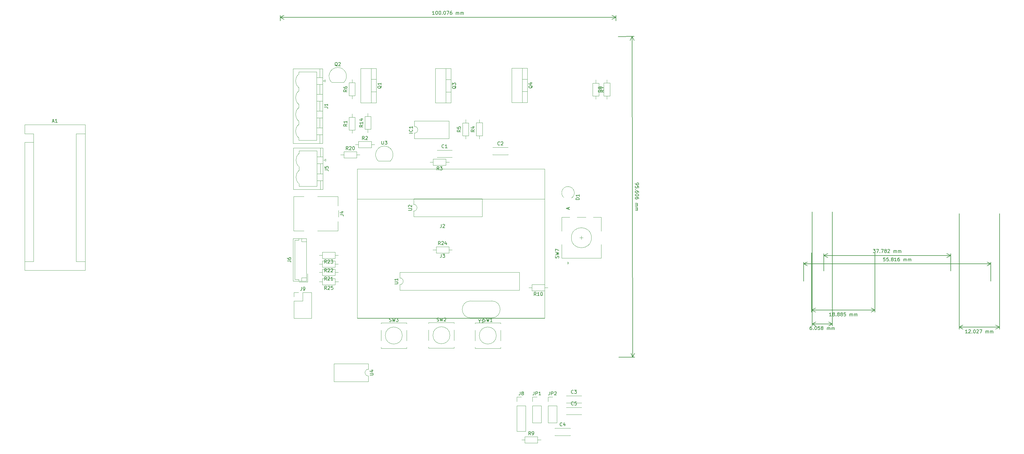
<source format=gbr>
G04 #@! TF.GenerationSoftware,KiCad,Pcbnew,(5.1.4-0-10_14)*
G04 #@! TF.CreationDate,2020-02-28T18:01:43+01:00*
G04 #@! TF.ProjectId,circuit,63697263-7569-4742-9e6b-696361645f70,rev?*
G04 #@! TF.SameCoordinates,Original*
G04 #@! TF.FileFunction,Legend,Top*
G04 #@! TF.FilePolarity,Positive*
%FSLAX46Y46*%
G04 Gerber Fmt 4.6, Leading zero omitted, Abs format (unit mm)*
G04 Created by KiCad (PCBNEW (5.1.4-0-10_14)) date 2020-02-28 18:01:43*
%MOMM*%
%LPD*%
G04 APERTURE LIST*
%ADD10C,0.150000*%
%ADD11C,0.120000*%
G04 APERTURE END LIST*
D10*
X290984842Y-55734592D02*
X290985196Y-55925068D01*
X291032992Y-56020217D01*
X291080700Y-56067747D01*
X291223734Y-56162720D01*
X291414298Y-56209984D01*
X291795250Y-56209276D01*
X291890399Y-56161480D01*
X291937930Y-56113772D01*
X291985372Y-56018446D01*
X291985017Y-55827970D01*
X291937221Y-55732821D01*
X291889514Y-55685290D01*
X291794187Y-55637848D01*
X291556092Y-55638291D01*
X291460943Y-55686087D01*
X291413413Y-55733795D01*
X291365971Y-55829121D01*
X291366325Y-56019597D01*
X291414121Y-56114746D01*
X291461829Y-56162277D01*
X291557155Y-56209719D01*
X291987408Y-57113682D02*
X291986523Y-56637492D01*
X291510245Y-56590759D01*
X291557952Y-56638289D01*
X291605748Y-56733439D01*
X291606191Y-56971534D01*
X291558749Y-57066860D01*
X291511219Y-57114568D01*
X291416069Y-57162364D01*
X291177974Y-57162806D01*
X291082648Y-57115365D01*
X291034940Y-57067834D01*
X290987144Y-56972685D01*
X290986702Y-56734590D01*
X291034143Y-56639264D01*
X291081674Y-56591556D01*
X291083534Y-57591554D02*
X291036003Y-57639262D01*
X290988296Y-57591731D01*
X291035826Y-57544024D01*
X291083534Y-57591554D01*
X290988296Y-57591731D01*
X291989977Y-58494632D02*
X291989622Y-58304156D01*
X291941826Y-58209007D01*
X291894119Y-58161476D01*
X291751085Y-58066504D01*
X291560520Y-58019239D01*
X291179569Y-58019948D01*
X291084419Y-58067744D01*
X291036889Y-58115451D01*
X290989447Y-58210778D01*
X290989801Y-58401254D01*
X291037597Y-58496403D01*
X291085305Y-58543934D01*
X291180631Y-58591375D01*
X291418726Y-58590933D01*
X291513875Y-58543137D01*
X291561406Y-58495429D01*
X291608848Y-58400103D01*
X291608493Y-58209627D01*
X291560697Y-58114477D01*
X291512990Y-58066947D01*
X291417663Y-58019505D01*
X291991305Y-59208916D02*
X291991482Y-59304154D01*
X291944040Y-59399481D01*
X291896510Y-59447188D01*
X291801360Y-59494985D01*
X291610973Y-59542958D01*
X291372878Y-59543401D01*
X291182314Y-59496136D01*
X291086987Y-59448694D01*
X291039280Y-59401164D01*
X290991484Y-59306014D01*
X290991307Y-59210776D01*
X291038748Y-59115450D01*
X291086279Y-59067742D01*
X291181428Y-59019946D01*
X291371816Y-58971973D01*
X291609910Y-58971530D01*
X291800475Y-59018795D01*
X291895801Y-59066237D01*
X291943509Y-59113767D01*
X291991305Y-59208916D01*
X291993519Y-60399391D02*
X291993165Y-60208915D01*
X291945369Y-60113765D01*
X291897661Y-60066235D01*
X291754627Y-59971263D01*
X291564063Y-59923998D01*
X291183111Y-59924706D01*
X291087961Y-59972503D01*
X291040431Y-60020210D01*
X290992989Y-60115537D01*
X290993343Y-60306012D01*
X291041140Y-60401162D01*
X291088847Y-60448692D01*
X291184174Y-60496134D01*
X291422268Y-60495691D01*
X291517418Y-60447895D01*
X291564948Y-60400188D01*
X291612390Y-60304861D01*
X291612036Y-60114385D01*
X291564240Y-60019236D01*
X291516532Y-59971706D01*
X291421206Y-59924264D01*
X290995912Y-61686962D02*
X291662577Y-61685723D01*
X291567339Y-61685900D02*
X291615047Y-61733430D01*
X291662843Y-61828579D01*
X291663109Y-61971436D01*
X291615667Y-62066763D01*
X291520517Y-62114559D01*
X290996709Y-62115533D01*
X291520517Y-62114559D02*
X291615844Y-62162001D01*
X291663640Y-62257150D01*
X291663906Y-62400007D01*
X291616464Y-62495334D01*
X291521314Y-62543130D01*
X290997506Y-62544104D01*
X290998391Y-63020293D02*
X291665057Y-63019054D01*
X291569819Y-63019231D02*
X291617526Y-63066761D01*
X291665322Y-63161911D01*
X291665588Y-63304767D01*
X291618146Y-63400094D01*
X291522997Y-63447890D01*
X290999188Y-63448864D01*
X291522997Y-63447890D02*
X291618323Y-63495332D01*
X291666119Y-63590481D01*
X291666385Y-63733338D01*
X291618943Y-63828665D01*
X291523794Y-63876461D01*
X290999985Y-63877435D01*
X290055852Y-11980981D02*
X290233652Y-107586581D01*
X285851600Y-11988800D02*
X290642271Y-11979891D01*
X286029400Y-107594400D02*
X290820071Y-107585491D01*
X290233652Y-107586581D02*
X289645137Y-106461170D01*
X290233652Y-107586581D02*
X290817977Y-106458989D01*
X290055852Y-11980981D02*
X289471527Y-13108573D01*
X290055852Y-11980981D02*
X290644367Y-13106392D01*
X349433961Y-95338680D02*
X348862532Y-95338680D01*
X349148247Y-95338680D02*
X349148247Y-94338680D01*
X349053009Y-94481538D01*
X348957770Y-94576776D01*
X348862532Y-94624395D01*
X350005390Y-94767252D02*
X349910151Y-94719633D01*
X349862532Y-94672014D01*
X349814913Y-94576776D01*
X349814913Y-94529157D01*
X349862532Y-94433919D01*
X349910151Y-94386300D01*
X350005390Y-94338680D01*
X350195866Y-94338680D01*
X350291104Y-94386300D01*
X350338723Y-94433919D01*
X350386342Y-94529157D01*
X350386342Y-94576776D01*
X350338723Y-94672014D01*
X350291104Y-94719633D01*
X350195866Y-94767252D01*
X350005390Y-94767252D01*
X349910151Y-94814871D01*
X349862532Y-94862490D01*
X349814913Y-94957728D01*
X349814913Y-95148204D01*
X349862532Y-95243442D01*
X349910151Y-95291061D01*
X350005390Y-95338680D01*
X350195866Y-95338680D01*
X350291104Y-95291061D01*
X350338723Y-95243442D01*
X350386342Y-95148204D01*
X350386342Y-94957728D01*
X350338723Y-94862490D01*
X350291104Y-94814871D01*
X350195866Y-94767252D01*
X350814913Y-95243442D02*
X350862532Y-95291061D01*
X350814913Y-95338680D01*
X350767294Y-95291061D01*
X350814913Y-95243442D01*
X350814913Y-95338680D01*
X351433961Y-94767252D02*
X351338723Y-94719633D01*
X351291104Y-94672014D01*
X351243485Y-94576776D01*
X351243485Y-94529157D01*
X351291104Y-94433919D01*
X351338723Y-94386300D01*
X351433961Y-94338680D01*
X351624437Y-94338680D01*
X351719675Y-94386300D01*
X351767294Y-94433919D01*
X351814913Y-94529157D01*
X351814913Y-94576776D01*
X351767294Y-94672014D01*
X351719675Y-94719633D01*
X351624437Y-94767252D01*
X351433961Y-94767252D01*
X351338723Y-94814871D01*
X351291104Y-94862490D01*
X351243485Y-94957728D01*
X351243485Y-95148204D01*
X351291104Y-95243442D01*
X351338723Y-95291061D01*
X351433961Y-95338680D01*
X351624437Y-95338680D01*
X351719675Y-95291061D01*
X351767294Y-95243442D01*
X351814913Y-95148204D01*
X351814913Y-94957728D01*
X351767294Y-94862490D01*
X351719675Y-94814871D01*
X351624437Y-94767252D01*
X352386342Y-94767252D02*
X352291104Y-94719633D01*
X352243485Y-94672014D01*
X352195866Y-94576776D01*
X352195866Y-94529157D01*
X352243485Y-94433919D01*
X352291104Y-94386300D01*
X352386342Y-94338680D01*
X352576818Y-94338680D01*
X352672056Y-94386300D01*
X352719675Y-94433919D01*
X352767294Y-94529157D01*
X352767294Y-94576776D01*
X352719675Y-94672014D01*
X352672056Y-94719633D01*
X352576818Y-94767252D01*
X352386342Y-94767252D01*
X352291104Y-94814871D01*
X352243485Y-94862490D01*
X352195866Y-94957728D01*
X352195866Y-95148204D01*
X352243485Y-95243442D01*
X352291104Y-95291061D01*
X352386342Y-95338680D01*
X352576818Y-95338680D01*
X352672056Y-95291061D01*
X352719675Y-95243442D01*
X352767294Y-95148204D01*
X352767294Y-94957728D01*
X352719675Y-94862490D01*
X352672056Y-94814871D01*
X352576818Y-94767252D01*
X353672056Y-94338680D02*
X353195866Y-94338680D01*
X353148247Y-94814871D01*
X353195866Y-94767252D01*
X353291104Y-94719633D01*
X353529199Y-94719633D01*
X353624437Y-94767252D01*
X353672056Y-94814871D01*
X353719675Y-94910109D01*
X353719675Y-95148204D01*
X353672056Y-95243442D01*
X353624437Y-95291061D01*
X353529199Y-95338680D01*
X353291104Y-95338680D01*
X353195866Y-95291061D01*
X353148247Y-95243442D01*
X354910151Y-95338680D02*
X354910151Y-94672014D01*
X354910151Y-94767252D02*
X354957770Y-94719633D01*
X355053009Y-94672014D01*
X355195866Y-94672014D01*
X355291104Y-94719633D01*
X355338723Y-94814871D01*
X355338723Y-95338680D01*
X355338723Y-94814871D02*
X355386342Y-94719633D01*
X355481580Y-94672014D01*
X355624437Y-94672014D01*
X355719675Y-94719633D01*
X355767294Y-94814871D01*
X355767294Y-95338680D01*
X356243485Y-95338680D02*
X356243485Y-94672014D01*
X356243485Y-94767252D02*
X356291104Y-94719633D01*
X356386342Y-94672014D01*
X356529199Y-94672014D01*
X356624437Y-94719633D01*
X356672056Y-94814871D01*
X356672056Y-95338680D01*
X356672056Y-94814871D02*
X356719675Y-94719633D01*
X356814913Y-94672014D01*
X356957770Y-94672014D01*
X357053009Y-94719633D01*
X357100628Y-94814871D01*
X357100628Y-95338680D01*
X343562940Y-93586300D02*
X362447840Y-93586300D01*
X343562940Y-76492100D02*
X343562940Y-94172721D01*
X362447840Y-76492100D02*
X362447840Y-94172721D01*
X362447840Y-93586300D02*
X361321336Y-94172721D01*
X362447840Y-93586300D02*
X361321336Y-92999879D01*
X343562940Y-93586300D02*
X344689444Y-94172721D01*
X343562940Y-93586300D02*
X344689444Y-92999879D01*
X361911153Y-75439500D02*
X362530201Y-75439500D01*
X362196868Y-75820453D01*
X362339725Y-75820453D01*
X362434963Y-75868072D01*
X362482582Y-75915691D01*
X362530201Y-76010929D01*
X362530201Y-76249024D01*
X362482582Y-76344262D01*
X362434963Y-76391881D01*
X362339725Y-76439500D01*
X362054010Y-76439500D01*
X361958772Y-76391881D01*
X361911153Y-76344262D01*
X362863534Y-75439500D02*
X363530201Y-75439500D01*
X363101630Y-76439500D01*
X363911153Y-76344262D02*
X363958772Y-76391881D01*
X363911153Y-76439500D01*
X363863534Y-76391881D01*
X363911153Y-76344262D01*
X363911153Y-76439500D01*
X364292106Y-75439500D02*
X364958772Y-75439500D01*
X364530201Y-76439500D01*
X365482582Y-75868072D02*
X365387344Y-75820453D01*
X365339725Y-75772834D01*
X365292106Y-75677596D01*
X365292106Y-75629977D01*
X365339725Y-75534739D01*
X365387344Y-75487120D01*
X365482582Y-75439500D01*
X365673058Y-75439500D01*
X365768296Y-75487120D01*
X365815915Y-75534739D01*
X365863534Y-75629977D01*
X365863534Y-75677596D01*
X365815915Y-75772834D01*
X365768296Y-75820453D01*
X365673058Y-75868072D01*
X365482582Y-75868072D01*
X365387344Y-75915691D01*
X365339725Y-75963310D01*
X365292106Y-76058548D01*
X365292106Y-76249024D01*
X365339725Y-76344262D01*
X365387344Y-76391881D01*
X365482582Y-76439500D01*
X365673058Y-76439500D01*
X365768296Y-76391881D01*
X365815915Y-76344262D01*
X365863534Y-76249024D01*
X365863534Y-76058548D01*
X365815915Y-75963310D01*
X365768296Y-75915691D01*
X365673058Y-75868072D01*
X366244487Y-75534739D02*
X366292106Y-75487120D01*
X366387344Y-75439500D01*
X366625439Y-75439500D01*
X366720677Y-75487120D01*
X366768296Y-75534739D01*
X366815915Y-75629977D01*
X366815915Y-75725215D01*
X366768296Y-75868072D01*
X366196868Y-76439500D01*
X366815915Y-76439500D01*
X368006391Y-76439500D02*
X368006391Y-75772834D01*
X368006391Y-75868072D02*
X368054010Y-75820453D01*
X368149249Y-75772834D01*
X368292106Y-75772834D01*
X368387344Y-75820453D01*
X368434963Y-75915691D01*
X368434963Y-76439500D01*
X368434963Y-75915691D02*
X368482582Y-75820453D01*
X368577820Y-75772834D01*
X368720677Y-75772834D01*
X368815915Y-75820453D01*
X368863534Y-75915691D01*
X368863534Y-76439500D01*
X369339725Y-76439500D02*
X369339725Y-75772834D01*
X369339725Y-75868072D02*
X369387344Y-75820453D01*
X369482582Y-75772834D01*
X369625439Y-75772834D01*
X369720677Y-75820453D01*
X369768296Y-75915691D01*
X369768296Y-76439500D01*
X369768296Y-75915691D02*
X369815915Y-75820453D01*
X369911153Y-75772834D01*
X370054010Y-75772834D01*
X370149249Y-75820453D01*
X370196868Y-75915691D01*
X370196868Y-76439500D01*
X347210380Y-77287120D02*
X384992880Y-77287120D01*
X347210380Y-81897220D02*
X347210380Y-76700699D01*
X384992880Y-81897220D02*
X384992880Y-76700699D01*
X384992880Y-77287120D02*
X383866376Y-77873541D01*
X384992880Y-77287120D02*
X383866376Y-76700699D01*
X347210380Y-77287120D02*
X348336884Y-77873541D01*
X347210380Y-77287120D02*
X348336884Y-76700699D01*
X389974901Y-100426300D02*
X389403472Y-100426300D01*
X389689187Y-100426300D02*
X389689187Y-99426300D01*
X389593949Y-99569158D01*
X389498710Y-99664396D01*
X389403472Y-99712015D01*
X390355853Y-99521539D02*
X390403472Y-99473920D01*
X390498710Y-99426300D01*
X390736806Y-99426300D01*
X390832044Y-99473920D01*
X390879663Y-99521539D01*
X390927282Y-99616777D01*
X390927282Y-99712015D01*
X390879663Y-99854872D01*
X390308234Y-100426300D01*
X390927282Y-100426300D01*
X391355853Y-100331062D02*
X391403472Y-100378681D01*
X391355853Y-100426300D01*
X391308234Y-100378681D01*
X391355853Y-100331062D01*
X391355853Y-100426300D01*
X392022520Y-99426300D02*
X392117758Y-99426300D01*
X392212996Y-99473920D01*
X392260615Y-99521539D01*
X392308234Y-99616777D01*
X392355853Y-99807253D01*
X392355853Y-100045348D01*
X392308234Y-100235824D01*
X392260615Y-100331062D01*
X392212996Y-100378681D01*
X392117758Y-100426300D01*
X392022520Y-100426300D01*
X391927282Y-100378681D01*
X391879663Y-100331062D01*
X391832044Y-100235824D01*
X391784425Y-100045348D01*
X391784425Y-99807253D01*
X391832044Y-99616777D01*
X391879663Y-99521539D01*
X391927282Y-99473920D01*
X392022520Y-99426300D01*
X392736806Y-99521539D02*
X392784425Y-99473920D01*
X392879663Y-99426300D01*
X393117758Y-99426300D01*
X393212996Y-99473920D01*
X393260615Y-99521539D01*
X393308234Y-99616777D01*
X393308234Y-99712015D01*
X393260615Y-99854872D01*
X392689187Y-100426300D01*
X393308234Y-100426300D01*
X393641568Y-99426300D02*
X394308234Y-99426300D01*
X393879663Y-100426300D01*
X395451091Y-100426300D02*
X395451091Y-99759634D01*
X395451091Y-99854872D02*
X395498710Y-99807253D01*
X395593949Y-99759634D01*
X395736806Y-99759634D01*
X395832044Y-99807253D01*
X395879663Y-99902491D01*
X395879663Y-100426300D01*
X395879663Y-99902491D02*
X395927282Y-99807253D01*
X396022520Y-99759634D01*
X396165377Y-99759634D01*
X396260615Y-99807253D01*
X396308234Y-99902491D01*
X396308234Y-100426300D01*
X396784425Y-100426300D02*
X396784425Y-99759634D01*
X396784425Y-99854872D02*
X396832044Y-99807253D01*
X396927282Y-99759634D01*
X397070139Y-99759634D01*
X397165377Y-99807253D01*
X397212996Y-99902491D01*
X397212996Y-100426300D01*
X397212996Y-99902491D02*
X397260615Y-99807253D01*
X397355853Y-99759634D01*
X397498710Y-99759634D01*
X397593949Y-99807253D01*
X397641568Y-99902491D01*
X397641568Y-100426300D01*
X399559780Y-98673920D02*
X387532880Y-98673920D01*
X399559780Y-64777620D02*
X399559780Y-99260341D01*
X387532880Y-64777620D02*
X387532880Y-99260341D01*
X387532880Y-98673920D02*
X388659384Y-98087499D01*
X387532880Y-98673920D02*
X388659384Y-99260341D01*
X399559780Y-98673920D02*
X398433276Y-98087499D01*
X399559780Y-98673920D02*
X398433276Y-99260341D01*
X343530953Y-98435700D02*
X343340477Y-98435700D01*
X343245239Y-98483320D01*
X343197620Y-98530939D01*
X343102382Y-98673796D01*
X343054763Y-98864272D01*
X343054763Y-99245224D01*
X343102382Y-99340462D01*
X343150001Y-99388081D01*
X343245239Y-99435700D01*
X343435715Y-99435700D01*
X343530953Y-99388081D01*
X343578572Y-99340462D01*
X343626191Y-99245224D01*
X343626191Y-99007129D01*
X343578572Y-98911891D01*
X343530953Y-98864272D01*
X343435715Y-98816653D01*
X343245239Y-98816653D01*
X343150001Y-98864272D01*
X343102382Y-98911891D01*
X343054763Y-99007129D01*
X344054763Y-99340462D02*
X344102382Y-99388081D01*
X344054763Y-99435700D01*
X344007144Y-99388081D01*
X344054763Y-99340462D01*
X344054763Y-99435700D01*
X344721430Y-98435700D02*
X344816668Y-98435700D01*
X344911906Y-98483320D01*
X344959525Y-98530939D01*
X345007144Y-98626177D01*
X345054763Y-98816653D01*
X345054763Y-99054748D01*
X345007144Y-99245224D01*
X344959525Y-99340462D01*
X344911906Y-99388081D01*
X344816668Y-99435700D01*
X344721430Y-99435700D01*
X344626191Y-99388081D01*
X344578572Y-99340462D01*
X344530953Y-99245224D01*
X344483334Y-99054748D01*
X344483334Y-98816653D01*
X344530953Y-98626177D01*
X344578572Y-98530939D01*
X344626191Y-98483320D01*
X344721430Y-98435700D01*
X345959525Y-98435700D02*
X345483334Y-98435700D01*
X345435715Y-98911891D01*
X345483334Y-98864272D01*
X345578572Y-98816653D01*
X345816668Y-98816653D01*
X345911906Y-98864272D01*
X345959525Y-98911891D01*
X346007144Y-99007129D01*
X346007144Y-99245224D01*
X345959525Y-99340462D01*
X345911906Y-99388081D01*
X345816668Y-99435700D01*
X345578572Y-99435700D01*
X345483334Y-99388081D01*
X345435715Y-99340462D01*
X346578572Y-98864272D02*
X346483334Y-98816653D01*
X346435715Y-98769034D01*
X346388096Y-98673796D01*
X346388096Y-98626177D01*
X346435715Y-98530939D01*
X346483334Y-98483320D01*
X346578572Y-98435700D01*
X346769049Y-98435700D01*
X346864287Y-98483320D01*
X346911906Y-98530939D01*
X346959525Y-98626177D01*
X346959525Y-98673796D01*
X346911906Y-98769034D01*
X346864287Y-98816653D01*
X346769049Y-98864272D01*
X346578572Y-98864272D01*
X346483334Y-98911891D01*
X346435715Y-98959510D01*
X346388096Y-99054748D01*
X346388096Y-99245224D01*
X346435715Y-99340462D01*
X346483334Y-99388081D01*
X346578572Y-99435700D01*
X346769049Y-99435700D01*
X346864287Y-99388081D01*
X346911906Y-99340462D01*
X346959525Y-99245224D01*
X346959525Y-99054748D01*
X346911906Y-98959510D01*
X346864287Y-98911891D01*
X346769049Y-98864272D01*
X348150001Y-99435700D02*
X348150001Y-98769034D01*
X348150001Y-98864272D02*
X348197620Y-98816653D01*
X348292858Y-98769034D01*
X348435715Y-98769034D01*
X348530953Y-98816653D01*
X348578572Y-98911891D01*
X348578572Y-99435700D01*
X348578572Y-98911891D02*
X348626191Y-98816653D01*
X348721430Y-98769034D01*
X348864287Y-98769034D01*
X348959525Y-98816653D01*
X349007144Y-98911891D01*
X349007144Y-99435700D01*
X349483334Y-99435700D02*
X349483334Y-98769034D01*
X349483334Y-98864272D02*
X349530953Y-98816653D01*
X349626191Y-98769034D01*
X349769049Y-98769034D01*
X349864287Y-98816653D01*
X349911906Y-98911891D01*
X349911906Y-99435700D01*
X349911906Y-98911891D02*
X349959525Y-98816653D01*
X350054763Y-98769034D01*
X350197620Y-98769034D01*
X350292858Y-98816653D01*
X350340477Y-98911891D01*
X350340477Y-99435700D01*
X343692480Y-97683320D02*
X349750380Y-97683320D01*
X343692480Y-64231520D02*
X343692480Y-98269741D01*
X349750380Y-64231520D02*
X349750380Y-98269741D01*
X349750380Y-97683320D02*
X348623876Y-98269741D01*
X349750380Y-97683320D02*
X348623876Y-97096899D01*
X343692480Y-97683320D02*
X344818984Y-98269741D01*
X343692480Y-97683320D02*
X344818984Y-97096899D01*
X365454382Y-77954100D02*
X364978191Y-77954100D01*
X364930572Y-78430291D01*
X364978191Y-78382672D01*
X365073430Y-78335053D01*
X365311525Y-78335053D01*
X365406763Y-78382672D01*
X365454382Y-78430291D01*
X365502001Y-78525529D01*
X365502001Y-78763624D01*
X365454382Y-78858862D01*
X365406763Y-78906481D01*
X365311525Y-78954100D01*
X365073430Y-78954100D01*
X364978191Y-78906481D01*
X364930572Y-78858862D01*
X366406763Y-77954100D02*
X365930572Y-77954100D01*
X365882953Y-78430291D01*
X365930572Y-78382672D01*
X366025810Y-78335053D01*
X366263906Y-78335053D01*
X366359144Y-78382672D01*
X366406763Y-78430291D01*
X366454382Y-78525529D01*
X366454382Y-78763624D01*
X366406763Y-78858862D01*
X366359144Y-78906481D01*
X366263906Y-78954100D01*
X366025810Y-78954100D01*
X365930572Y-78906481D01*
X365882953Y-78858862D01*
X366882953Y-78858862D02*
X366930572Y-78906481D01*
X366882953Y-78954100D01*
X366835334Y-78906481D01*
X366882953Y-78858862D01*
X366882953Y-78954100D01*
X367502001Y-78382672D02*
X367406763Y-78335053D01*
X367359144Y-78287434D01*
X367311525Y-78192196D01*
X367311525Y-78144577D01*
X367359144Y-78049339D01*
X367406763Y-78001720D01*
X367502001Y-77954100D01*
X367692477Y-77954100D01*
X367787715Y-78001720D01*
X367835334Y-78049339D01*
X367882953Y-78144577D01*
X367882953Y-78192196D01*
X367835334Y-78287434D01*
X367787715Y-78335053D01*
X367692477Y-78382672D01*
X367502001Y-78382672D01*
X367406763Y-78430291D01*
X367359144Y-78477910D01*
X367311525Y-78573148D01*
X367311525Y-78763624D01*
X367359144Y-78858862D01*
X367406763Y-78906481D01*
X367502001Y-78954100D01*
X367692477Y-78954100D01*
X367787715Y-78906481D01*
X367835334Y-78858862D01*
X367882953Y-78763624D01*
X367882953Y-78573148D01*
X367835334Y-78477910D01*
X367787715Y-78430291D01*
X367692477Y-78382672D01*
X368835334Y-78954100D02*
X368263906Y-78954100D01*
X368549620Y-78954100D02*
X368549620Y-77954100D01*
X368454382Y-78096958D01*
X368359144Y-78192196D01*
X368263906Y-78239815D01*
X369692477Y-77954100D02*
X369502001Y-77954100D01*
X369406763Y-78001720D01*
X369359144Y-78049339D01*
X369263906Y-78192196D01*
X369216287Y-78382672D01*
X369216287Y-78763624D01*
X369263906Y-78858862D01*
X369311525Y-78906481D01*
X369406763Y-78954100D01*
X369597239Y-78954100D01*
X369692477Y-78906481D01*
X369740096Y-78858862D01*
X369787715Y-78763624D01*
X369787715Y-78525529D01*
X369740096Y-78430291D01*
X369692477Y-78382672D01*
X369597239Y-78335053D01*
X369406763Y-78335053D01*
X369311525Y-78382672D01*
X369263906Y-78430291D01*
X369216287Y-78525529D01*
X370978191Y-78954100D02*
X370978191Y-78287434D01*
X370978191Y-78382672D02*
X371025810Y-78335053D01*
X371121049Y-78287434D01*
X371263906Y-78287434D01*
X371359144Y-78335053D01*
X371406763Y-78430291D01*
X371406763Y-78954100D01*
X371406763Y-78430291D02*
X371454382Y-78335053D01*
X371549620Y-78287434D01*
X371692477Y-78287434D01*
X371787715Y-78335053D01*
X371835334Y-78430291D01*
X371835334Y-78954100D01*
X372311525Y-78954100D02*
X372311525Y-78287434D01*
X372311525Y-78382672D02*
X372359144Y-78335053D01*
X372454382Y-78287434D01*
X372597239Y-78287434D01*
X372692477Y-78335053D01*
X372740096Y-78430291D01*
X372740096Y-78954100D01*
X372740096Y-78430291D02*
X372787715Y-78335053D01*
X372882953Y-78287434D01*
X373025810Y-78287434D01*
X373121049Y-78335053D01*
X373168668Y-78430291D01*
X373168668Y-78954100D01*
X341165180Y-79801720D02*
X396981680Y-79801720D01*
X341165180Y-84945220D02*
X341165180Y-79215299D01*
X396981680Y-84945220D02*
X396981680Y-79215299D01*
X396981680Y-79801720D02*
X395855176Y-80388141D01*
X396981680Y-79801720D02*
X395855176Y-79215299D01*
X341165180Y-79801720D02*
X342291684Y-80388141D01*
X341165180Y-79801720D02*
X342291684Y-79215299D01*
X231085260Y-5426180D02*
X230513832Y-5426180D01*
X230799546Y-5426180D02*
X230799546Y-4426180D01*
X230704308Y-4569038D01*
X230609070Y-4664276D01*
X230513832Y-4711895D01*
X231704308Y-4426180D02*
X231799546Y-4426180D01*
X231894784Y-4473800D01*
X231942403Y-4521419D01*
X231990022Y-4616657D01*
X232037641Y-4807133D01*
X232037641Y-5045228D01*
X231990022Y-5235704D01*
X231942403Y-5330942D01*
X231894784Y-5378561D01*
X231799546Y-5426180D01*
X231704308Y-5426180D01*
X231609070Y-5378561D01*
X231561451Y-5330942D01*
X231513832Y-5235704D01*
X231466213Y-5045228D01*
X231466213Y-4807133D01*
X231513832Y-4616657D01*
X231561451Y-4521419D01*
X231609070Y-4473800D01*
X231704308Y-4426180D01*
X232656689Y-4426180D02*
X232751927Y-4426180D01*
X232847165Y-4473800D01*
X232894784Y-4521419D01*
X232942403Y-4616657D01*
X232990022Y-4807133D01*
X232990022Y-5045228D01*
X232942403Y-5235704D01*
X232894784Y-5330942D01*
X232847165Y-5378561D01*
X232751927Y-5426180D01*
X232656689Y-5426180D01*
X232561451Y-5378561D01*
X232513832Y-5330942D01*
X232466213Y-5235704D01*
X232418594Y-5045228D01*
X232418594Y-4807133D01*
X232466213Y-4616657D01*
X232513832Y-4521419D01*
X232561451Y-4473800D01*
X232656689Y-4426180D01*
X233418594Y-5330942D02*
X233466213Y-5378561D01*
X233418594Y-5426180D01*
X233370975Y-5378561D01*
X233418594Y-5330942D01*
X233418594Y-5426180D01*
X234085260Y-4426180D02*
X234180499Y-4426180D01*
X234275737Y-4473800D01*
X234323356Y-4521419D01*
X234370975Y-4616657D01*
X234418594Y-4807133D01*
X234418594Y-5045228D01*
X234370975Y-5235704D01*
X234323356Y-5330942D01*
X234275737Y-5378561D01*
X234180499Y-5426180D01*
X234085260Y-5426180D01*
X233990022Y-5378561D01*
X233942403Y-5330942D01*
X233894784Y-5235704D01*
X233847165Y-5045228D01*
X233847165Y-4807133D01*
X233894784Y-4616657D01*
X233942403Y-4521419D01*
X233990022Y-4473800D01*
X234085260Y-4426180D01*
X234751927Y-4426180D02*
X235418594Y-4426180D01*
X234990022Y-5426180D01*
X236228118Y-4426180D02*
X236037641Y-4426180D01*
X235942403Y-4473800D01*
X235894784Y-4521419D01*
X235799546Y-4664276D01*
X235751927Y-4854752D01*
X235751927Y-5235704D01*
X235799546Y-5330942D01*
X235847165Y-5378561D01*
X235942403Y-5426180D01*
X236132880Y-5426180D01*
X236228118Y-5378561D01*
X236275737Y-5330942D01*
X236323356Y-5235704D01*
X236323356Y-4997609D01*
X236275737Y-4902371D01*
X236228118Y-4854752D01*
X236132880Y-4807133D01*
X235942403Y-4807133D01*
X235847165Y-4854752D01*
X235799546Y-4902371D01*
X235751927Y-4997609D01*
X237513832Y-5426180D02*
X237513832Y-4759514D01*
X237513832Y-4854752D02*
X237561451Y-4807133D01*
X237656689Y-4759514D01*
X237799546Y-4759514D01*
X237894784Y-4807133D01*
X237942403Y-4902371D01*
X237942403Y-5426180D01*
X237942403Y-4902371D02*
X237990022Y-4807133D01*
X238085260Y-4759514D01*
X238228118Y-4759514D01*
X238323356Y-4807133D01*
X238370975Y-4902371D01*
X238370975Y-5426180D01*
X238847165Y-5426180D02*
X238847165Y-4759514D01*
X238847165Y-4854752D02*
X238894784Y-4807133D01*
X238990022Y-4759514D01*
X239132880Y-4759514D01*
X239228118Y-4807133D01*
X239275737Y-4902371D01*
X239275737Y-5426180D01*
X239275737Y-4902371D02*
X239323356Y-4807133D01*
X239418594Y-4759514D01*
X239561451Y-4759514D01*
X239656689Y-4807133D01*
X239704308Y-4902371D01*
X239704308Y-5426180D01*
X285170880Y-6273800D02*
X185094880Y-6273800D01*
X285170880Y-7289800D02*
X285170880Y-5687379D01*
X185094880Y-7289800D02*
X185094880Y-5687379D01*
X185094880Y-6273800D02*
X186221384Y-5687379D01*
X185094880Y-6273800D02*
X186221384Y-6860221D01*
X285170880Y-6273800D02*
X284044376Y-5687379D01*
X285170880Y-6273800D02*
X284044376Y-6860221D01*
D11*
X262809800Y-132282640D02*
X261859800Y-132282640D01*
X257069800Y-132282640D02*
X258019800Y-132282640D01*
X261859800Y-131362640D02*
X258019800Y-131362640D01*
X261859800Y-133202640D02*
X261859800Y-131362640D01*
X258019800Y-133202640D02*
X261859800Y-133202640D01*
X258019800Y-131362640D02*
X258019800Y-133202640D01*
X264949800Y-119452640D02*
X266279800Y-119452640D01*
X264949800Y-120782640D02*
X264949800Y-119452640D01*
X264949800Y-122052640D02*
X267609800Y-122052640D01*
X267609800Y-122052640D02*
X267609800Y-127192640D01*
X264949800Y-122052640D02*
X264949800Y-127192640D01*
X264949800Y-127192640D02*
X267609800Y-127192640D01*
X260299800Y-119452640D02*
X261629800Y-119452640D01*
X260299800Y-120782640D02*
X260299800Y-119452640D01*
X260299800Y-122052640D02*
X262959800Y-122052640D01*
X262959800Y-122052640D02*
X262959800Y-127192640D01*
X260299800Y-122052640D02*
X260299800Y-127192640D01*
X260299800Y-127192640D02*
X262959800Y-127192640D01*
X255649800Y-119452640D02*
X256979800Y-119452640D01*
X255649800Y-120782640D02*
X255649800Y-119452640D01*
X255649800Y-122052640D02*
X258309800Y-122052640D01*
X258309800Y-122052640D02*
X258309800Y-129732640D01*
X255649800Y-122052640D02*
X255649800Y-129732640D01*
X255649800Y-129732640D02*
X258309800Y-129732640D01*
X274949800Y-124687640D02*
X274949800Y-124702640D01*
X274949800Y-122562640D02*
X274949800Y-122577640D01*
X270409800Y-124687640D02*
X270409800Y-124702640D01*
X270409800Y-122562640D02*
X270409800Y-122577640D01*
X270409800Y-124702640D02*
X274949800Y-124702640D01*
X270409800Y-122562640D02*
X274949800Y-122562640D01*
X271569800Y-130937640D02*
X271569800Y-130952640D01*
X271569800Y-128812640D02*
X271569800Y-128827640D01*
X267029800Y-130937640D02*
X267029800Y-130952640D01*
X267029800Y-128812640D02*
X267029800Y-128827640D01*
X267029800Y-130952640D02*
X271569800Y-130952640D01*
X267029800Y-128812640D02*
X271569800Y-128812640D01*
X274949800Y-121237640D02*
X274949800Y-121252640D01*
X274949800Y-119112640D02*
X274949800Y-119127640D01*
X270409800Y-121237640D02*
X270409800Y-121252640D01*
X270409800Y-119112640D02*
X270409800Y-119127640D01*
X270409800Y-121252640D02*
X274949800Y-121252640D01*
X270409800Y-119112640D02*
X274949800Y-119112640D01*
X211393080Y-114867200D02*
X211393080Y-113217200D01*
X201113080Y-114867200D02*
X211393080Y-114867200D01*
X201113080Y-109567200D02*
X201113080Y-114867200D01*
X211393080Y-109567200D02*
X201113080Y-109567200D01*
X211393080Y-111217200D02*
X211393080Y-109567200D01*
X211393080Y-113217200D02*
G75*
G02X211393080Y-111217200I0J1000000D01*
G01*
X208081880Y-95971360D02*
X208081880Y-51521360D01*
X263961880Y-95971360D02*
X208081880Y-95971360D01*
X263961880Y-51521360D02*
X263961880Y-95971360D01*
X208081880Y-51521360D02*
X263961880Y-51521360D01*
X204098678Y-25658598D02*
G75*
G03X202260200Y-21220120I-1838478J1838478D01*
G01*
X200421722Y-25658598D02*
G75*
G02X202260200Y-21220120I1838478J1838478D01*
G01*
X200460200Y-25670120D02*
X204060200Y-25670120D01*
X208092040Y-60416440D02*
X263972040Y-60416440D01*
X263972040Y-60416440D02*
X263972040Y-95976440D01*
X263972040Y-95976440D02*
X208092040Y-95976440D01*
X208092040Y-95976440D02*
X208092040Y-60416440D01*
X193237000Y-85216160D02*
X193237000Y-82716160D01*
X190737000Y-85216160D02*
X193237000Y-85216160D01*
X191437000Y-73196160D02*
X192937000Y-73196160D01*
X191437000Y-72196160D02*
X191437000Y-73196160D01*
X191437000Y-83916160D02*
X192937000Y-83916160D01*
X191437000Y-84916160D02*
X191437000Y-83916160D01*
X190627000Y-72696160D02*
X190627000Y-72196160D01*
X189417000Y-72696160D02*
X190627000Y-72696160D01*
X189417000Y-84416160D02*
X189417000Y-72696160D01*
X190627000Y-84416160D02*
X189417000Y-84416160D01*
X190627000Y-84916160D02*
X190627000Y-84416160D01*
X188917000Y-72196160D02*
X188917000Y-84916160D01*
X192937000Y-72196160D02*
X188917000Y-72196160D01*
X192937000Y-84916160D02*
X192937000Y-72196160D01*
X188917000Y-84916160D02*
X192937000Y-84916160D01*
X241902280Y-90835240D02*
G75*
G03X241902280Y-95885240I0J-2525000D01*
G01*
X248152280Y-90835240D02*
G75*
G02X248152280Y-95885240I0J-2525000D01*
G01*
X248152280Y-90835240D02*
X241902280Y-90835240D01*
X248152280Y-95885240D02*
X241902280Y-95885240D01*
X217977238Y-49087558D02*
G75*
G03X216138760Y-44649080I-1838478J1838478D01*
G01*
X214300282Y-49087558D02*
G75*
G02X216138760Y-44649080I1838478J1838478D01*
G01*
X214338760Y-49099080D02*
X217938760Y-49099080D01*
X277899760Y-72002000D02*
G75*
G03X277899760Y-72002000I-3000000J0D01*
G01*
X268999760Y-70002000D02*
X268999760Y-65902000D01*
X280799760Y-65902000D02*
X280799760Y-70002000D01*
X280799760Y-74002000D02*
X280799760Y-78102000D01*
X268999760Y-74002000D02*
X268999760Y-78102000D01*
X268999760Y-78102000D02*
X280799760Y-78102000D01*
X271099760Y-79502000D02*
X270799760Y-79802000D01*
X270799760Y-79802000D02*
X270799760Y-79202000D01*
X270799760Y-79202000D02*
X271099760Y-79502000D01*
X268999760Y-65902000D02*
X271399760Y-65902000D01*
X273599760Y-65902000D02*
X276199760Y-65902000D01*
X278399760Y-65902000D02*
X280799760Y-65902000D01*
X274399760Y-72002000D02*
X275399760Y-72002000D01*
X274899760Y-72502000D02*
X274899760Y-71502000D01*
X221503240Y-101158040D02*
G75*
G03X221503240Y-101158040I-2540000J0D01*
G01*
X215153240Y-104668040D02*
X215153240Y-104968040D01*
X222773240Y-104668040D02*
X222773240Y-104968040D01*
X215153240Y-99588040D02*
X215153240Y-102728040D01*
X222773240Y-99588040D02*
X222773240Y-102728040D01*
X215153240Y-97348040D02*
X215153240Y-97648040D01*
X222773240Y-104968040D02*
X215153240Y-104968040D01*
X222773240Y-97348040D02*
X222773240Y-97648040D01*
X215153240Y-97348040D02*
X222773240Y-97348040D01*
X235701840Y-101069140D02*
G75*
G03X235701840Y-101069140I-2540000J0D01*
G01*
X229351840Y-104579140D02*
X229351840Y-104879140D01*
X236971840Y-104579140D02*
X236971840Y-104879140D01*
X229351840Y-99499140D02*
X229351840Y-102639140D01*
X236971840Y-99499140D02*
X236971840Y-102639140D01*
X229351840Y-97259140D02*
X229351840Y-97559140D01*
X236971840Y-104879140D02*
X229351840Y-104879140D01*
X236971840Y-97259140D02*
X236971840Y-97559140D01*
X229351840Y-97259140D02*
X236971840Y-97259140D01*
X249532140Y-101158040D02*
G75*
G03X249532140Y-101158040I-2540000J0D01*
G01*
X243182140Y-104668040D02*
X243182140Y-104968040D01*
X250802140Y-104668040D02*
X250802140Y-104968040D01*
X243182140Y-99588040D02*
X243182140Y-102728040D01*
X250802140Y-99588040D02*
X250802140Y-102728040D01*
X243182140Y-97348040D02*
X243182140Y-97648040D01*
X250802140Y-104968040D02*
X243182140Y-104968040D01*
X250802140Y-97348040D02*
X250802140Y-97648040D01*
X243182140Y-97348040D02*
X250802140Y-97348040D01*
X196707960Y-85064600D02*
X197657960Y-85064600D01*
X202447960Y-85064600D02*
X201497960Y-85064600D01*
X197657960Y-85984600D02*
X201497960Y-85984600D01*
X197657960Y-84144600D02*
X197657960Y-85984600D01*
X201497960Y-84144600D02*
X197657960Y-84144600D01*
X201497960Y-85984600D02*
X201497960Y-84144600D01*
X236362040Y-75580240D02*
X235412040Y-75580240D01*
X230622040Y-75580240D02*
X231572040Y-75580240D01*
X235412040Y-74660240D02*
X231572040Y-74660240D01*
X235412040Y-76500240D02*
X235412040Y-74660240D01*
X231572040Y-76500240D02*
X235412040Y-76500240D01*
X231572040Y-74660240D02*
X231572040Y-76500240D01*
X196682560Y-77236320D02*
X197632560Y-77236320D01*
X202422560Y-77236320D02*
X201472560Y-77236320D01*
X197632560Y-78156320D02*
X201472560Y-78156320D01*
X197632560Y-76316320D02*
X197632560Y-78156320D01*
X201472560Y-76316320D02*
X197632560Y-76316320D01*
X201472560Y-78156320D02*
X201472560Y-76316320D01*
X196682560Y-79822040D02*
X197632560Y-79822040D01*
X202422560Y-79822040D02*
X201472560Y-79822040D01*
X197632560Y-80742040D02*
X201472560Y-80742040D01*
X197632560Y-78902040D02*
X197632560Y-80742040D01*
X201472560Y-78902040D02*
X197632560Y-78902040D01*
X201472560Y-80742040D02*
X201472560Y-78902040D01*
X196682560Y-82301080D02*
X197632560Y-82301080D01*
X202422560Y-82301080D02*
X201472560Y-82301080D01*
X197632560Y-83221080D02*
X201472560Y-83221080D01*
X197632560Y-81381080D02*
X197632560Y-83221080D01*
X201472560Y-81381080D02*
X197632560Y-81381080D01*
X201472560Y-83221080D02*
X201472560Y-81381080D01*
X208838600Y-47249080D02*
X207888600Y-47249080D01*
X203098600Y-47249080D02*
X204048600Y-47249080D01*
X207888600Y-46329080D02*
X204048600Y-46329080D01*
X207888600Y-48169080D02*
X207888600Y-46329080D01*
X204048600Y-48169080D02*
X207888600Y-48169080D01*
X204048600Y-46329080D02*
X204048600Y-48169080D01*
X211231480Y-34879480D02*
X211231480Y-35829480D01*
X211231480Y-40619480D02*
X211231480Y-39669480D01*
X210311480Y-35829480D02*
X210311480Y-39669480D01*
X212151480Y-35829480D02*
X210311480Y-35829480D01*
X212151480Y-39669480D02*
X212151480Y-35829480D01*
X210311480Y-39669480D02*
X212151480Y-39669480D01*
X213227720Y-44221400D02*
X212277720Y-44221400D01*
X207487720Y-44221400D02*
X208437720Y-44221400D01*
X212277720Y-43301400D02*
X208437720Y-43301400D01*
X212277720Y-45141400D02*
X212277720Y-43301400D01*
X208437720Y-45141400D02*
X212277720Y-45141400D01*
X208437720Y-43301400D02*
X208437720Y-45141400D01*
X206507080Y-35082680D02*
X206507080Y-36032680D01*
X206507080Y-40822680D02*
X206507080Y-39872680D01*
X205587080Y-36032680D02*
X205587080Y-39872680D01*
X207427080Y-36032680D02*
X205587080Y-36032680D01*
X207427080Y-39872680D02*
X207427080Y-36032680D01*
X205587080Y-39872680D02*
X207427080Y-39872680D01*
X258748280Y-28394000D02*
X257238280Y-28394000D01*
X258748280Y-24693000D02*
X257238280Y-24693000D01*
X257238280Y-21423000D02*
X257238280Y-31663000D01*
X258748280Y-31663000D02*
X254107280Y-31663000D01*
X258748280Y-21423000D02*
X254107280Y-21423000D01*
X254107280Y-21423000D02*
X254107280Y-31663000D01*
X258748280Y-21423000D02*
X258748280Y-31663000D01*
X235974640Y-28521000D02*
X234464640Y-28521000D01*
X235974640Y-24820000D02*
X234464640Y-24820000D01*
X234464640Y-21550000D02*
X234464640Y-31790000D01*
X235974640Y-31790000D02*
X231333640Y-31790000D01*
X235974640Y-21550000D02*
X231333640Y-21550000D01*
X231333640Y-21550000D02*
X231333640Y-31790000D01*
X235974640Y-21550000D02*
X235974640Y-31790000D01*
X189215720Y-88276120D02*
X190545720Y-88276120D01*
X189215720Y-89606120D02*
X189215720Y-88276120D01*
X191815720Y-88276120D02*
X194415720Y-88276120D01*
X191815720Y-90876120D02*
X191815720Y-88276120D01*
X189215720Y-90876120D02*
X191815720Y-90876120D01*
X194415720Y-88276120D02*
X194415720Y-96016120D01*
X189215720Y-90876120D02*
X189215720Y-96016120D01*
X189215720Y-96016120D02*
X194415720Y-96016120D01*
X198658560Y-48534040D02*
X198658560Y-49134040D01*
X198058560Y-48834040D02*
X198658560Y-48534040D01*
X198658560Y-49134040D02*
X198058560Y-48834040D01*
X190748560Y-56654040D02*
X190748560Y-55914040D01*
X196048560Y-56654040D02*
X190748560Y-56654040D01*
X196048560Y-46094040D02*
X196048560Y-56654040D01*
X190748560Y-46094040D02*
X196048560Y-46094040D01*
X190748560Y-46834040D02*
X190748560Y-46094040D01*
X190748560Y-50834040D02*
X190748560Y-51914040D01*
X196048560Y-54914040D02*
X196048560Y-52914040D01*
X197858560Y-54914040D02*
X196048560Y-54914040D01*
X197858560Y-52914040D02*
X197858560Y-54914040D01*
X196048560Y-52914040D02*
X197858560Y-52914040D01*
X196048560Y-49834040D02*
X196048560Y-47834040D01*
X197858560Y-49834040D02*
X196048560Y-49834040D01*
X197858560Y-47834040D02*
X197858560Y-49834040D01*
X196048560Y-47834040D02*
X197858560Y-47834040D01*
X197048560Y-49834040D02*
X197048560Y-52914040D01*
X197048560Y-57564040D02*
X197048560Y-55024040D01*
X197048560Y-45184040D02*
X197048560Y-47724040D01*
X197858560Y-57564040D02*
X197858560Y-45184040D01*
X189038560Y-57564040D02*
X197858560Y-57564040D01*
X189038560Y-45184040D02*
X189038560Y-57564040D01*
X197858560Y-45184040D02*
X189038560Y-45184040D01*
X190732739Y-55900881D02*
G75*
G02X190748560Y-51914040I1665821J1986841D01*
G01*
X190732739Y-50820881D02*
G75*
G02X190748560Y-46834040I1665821J1986841D01*
G01*
X202498480Y-63815720D02*
X202498480Y-65815720D01*
X189088480Y-59705720D02*
X192148480Y-59705720D01*
X189088480Y-69925720D02*
X189088480Y-59705720D01*
X192148480Y-69925720D02*
X189088480Y-69925720D01*
X202308480Y-69925720D02*
X196248480Y-69925720D01*
X202308480Y-67115720D02*
X202308480Y-69925720D01*
X202308480Y-59705720D02*
X202308480Y-62515720D01*
X196248480Y-59705720D02*
X202308480Y-59705720D01*
X198536640Y-24917120D02*
X198536640Y-25517120D01*
X197936640Y-25217120D02*
X198536640Y-24917120D01*
X198536640Y-25517120D02*
X197936640Y-25217120D01*
X190626640Y-42917120D02*
X190626640Y-42217120D01*
X195926640Y-42917120D02*
X190626640Y-42917120D01*
X195926640Y-22517120D02*
X195926640Y-42917120D01*
X190626640Y-22517120D02*
X195926640Y-22517120D01*
X190626640Y-23217120D02*
X190626640Y-22517120D01*
X190626640Y-37217120D02*
X190626640Y-38217120D01*
X190626640Y-32217120D02*
X190626640Y-33217120D01*
X190626640Y-27217120D02*
X190626640Y-28217120D01*
X195926640Y-41217120D02*
X195926640Y-39217120D01*
X197736640Y-41217120D02*
X195926640Y-41217120D01*
X197736640Y-39217120D02*
X197736640Y-41217120D01*
X195926640Y-39217120D02*
X197736640Y-39217120D01*
X195926640Y-36217120D02*
X195926640Y-34217120D01*
X197736640Y-36217120D02*
X195926640Y-36217120D01*
X197736640Y-34217120D02*
X197736640Y-36217120D01*
X195926640Y-34217120D02*
X197736640Y-34217120D01*
X195926640Y-31217120D02*
X195926640Y-29217120D01*
X197736640Y-31217120D02*
X195926640Y-31217120D01*
X197736640Y-29217120D02*
X197736640Y-31217120D01*
X195926640Y-29217120D02*
X197736640Y-29217120D01*
X195926640Y-26217120D02*
X195926640Y-24217120D01*
X197736640Y-26217120D02*
X195926640Y-26217120D01*
X197736640Y-24217120D02*
X197736640Y-26217120D01*
X195926640Y-24217120D02*
X197736640Y-24217120D01*
X196926640Y-36217120D02*
X196926640Y-39217120D01*
X196926640Y-31217120D02*
X196926640Y-34217120D01*
X196926640Y-26217120D02*
X196926640Y-29217120D01*
X196926640Y-43827120D02*
X196926640Y-41327120D01*
X196926640Y-21607120D02*
X196926640Y-24107120D01*
X197736640Y-43827120D02*
X197736640Y-21607120D01*
X188916640Y-43827120D02*
X197736640Y-43827120D01*
X188916640Y-21607120D02*
X188916640Y-43827120D01*
X197736640Y-21607120D02*
X188916640Y-21607120D01*
X190610819Y-42203961D02*
G75*
G02X190626640Y-38217120I1665821J1986841D01*
G01*
X190610819Y-37203961D02*
G75*
G02X190626640Y-33217120I1665821J1986841D01*
G01*
X190610819Y-32203961D02*
G75*
G02X190626640Y-28217120I1665821J1986841D01*
G01*
X190610819Y-27203961D02*
G75*
G02X190626640Y-23217120I1665821J1986841D01*
G01*
X225111000Y-37156880D02*
X225111000Y-38806880D01*
X235391000Y-37156880D02*
X225111000Y-37156880D01*
X235391000Y-42456880D02*
X235391000Y-37156880D01*
X225111000Y-42456880D02*
X235391000Y-42456880D01*
X225111000Y-40806880D02*
X225111000Y-42456880D01*
X225111000Y-38806880D02*
G75*
G02X225111000Y-40806880I0J-1000000D01*
G01*
X252994040Y-47196640D02*
X252994040Y-47211640D01*
X252994040Y-45071640D02*
X252994040Y-45086640D01*
X248454040Y-47196640D02*
X248454040Y-47211640D01*
X248454040Y-45071640D02*
X248454040Y-45086640D01*
X248454040Y-47211640D02*
X252994040Y-47211640D01*
X248454040Y-45071640D02*
X252994040Y-45071640D01*
X236357040Y-47999280D02*
X236357040Y-48014280D01*
X236357040Y-45874280D02*
X236357040Y-45889280D01*
X231817040Y-47999280D02*
X231817040Y-48014280D01*
X231817040Y-45874280D02*
X231817040Y-45889280D01*
X231817040Y-48014280D02*
X236357040Y-48014280D01*
X231817040Y-45874280D02*
X236357040Y-45874280D01*
X220762520Y-82323160D02*
X220762520Y-83973160D01*
X256442520Y-82323160D02*
X220762520Y-82323160D01*
X256442520Y-87623160D02*
X256442520Y-82323160D01*
X220762520Y-87623160D02*
X256442520Y-87623160D01*
X220762520Y-85973160D02*
X220762520Y-87623160D01*
X220762520Y-83973160D02*
G75*
G02X220762520Y-85973160I0J-1000000D01*
G01*
X224887480Y-60392800D02*
X224887480Y-62042800D01*
X245327480Y-60392800D02*
X224887480Y-60392800D01*
X245327480Y-65692800D02*
X245327480Y-60392800D01*
X224887480Y-65692800D02*
X245327480Y-65692800D01*
X224887480Y-64042800D02*
X224887480Y-65692800D01*
X224887480Y-62042800D02*
G75*
G02X224887480Y-64042800I0J-1000000D01*
G01*
X259171640Y-86883240D02*
X260121640Y-86883240D01*
X264911640Y-86883240D02*
X263961640Y-86883240D01*
X260121640Y-87803240D02*
X263961640Y-87803240D01*
X260121640Y-85963240D02*
X260121640Y-87803240D01*
X263961640Y-85963240D02*
X260121640Y-85963240D01*
X263961640Y-87803240D02*
X263961640Y-85963240D01*
X282458160Y-24917600D02*
X282458160Y-25867600D01*
X282458160Y-30657600D02*
X282458160Y-29707600D01*
X281538160Y-25867600D02*
X281538160Y-29707600D01*
X283378160Y-25867600D02*
X281538160Y-25867600D01*
X283378160Y-29707600D02*
X283378160Y-25867600D01*
X281538160Y-29707600D02*
X283378160Y-29707600D01*
X279161240Y-30662680D02*
X279161240Y-29712680D01*
X279161240Y-24922680D02*
X279161240Y-25872680D01*
X280081240Y-29712680D02*
X280081240Y-25872680D01*
X278241240Y-29712680D02*
X280081240Y-29712680D01*
X278241240Y-25872680D02*
X278241240Y-29712680D01*
X280081240Y-25872680D02*
X278241240Y-25872680D01*
X206507080Y-24810920D02*
X206507080Y-25760920D01*
X206507080Y-30550920D02*
X206507080Y-29600920D01*
X205587080Y-25760920D02*
X205587080Y-29600920D01*
X207427080Y-25760920D02*
X205587080Y-25760920D01*
X207427080Y-29600920D02*
X207427080Y-25760920D01*
X205587080Y-29600920D02*
X207427080Y-29600920D01*
X240375440Y-36789560D02*
X240375440Y-37739560D01*
X240375440Y-42529560D02*
X240375440Y-41579560D01*
X239455440Y-37739560D02*
X239455440Y-41579560D01*
X241295440Y-37739560D02*
X239455440Y-37739560D01*
X241295440Y-41579560D02*
X241295440Y-37739560D01*
X239455440Y-41579560D02*
X241295440Y-41579560D01*
X244469920Y-36748920D02*
X244469920Y-37698920D01*
X244469920Y-42488920D02*
X244469920Y-41538920D01*
X243549920Y-37698920D02*
X243549920Y-41538920D01*
X245389920Y-37698920D02*
X243549920Y-37698920D01*
X245389920Y-41538920D02*
X245389920Y-37698920D01*
X243549920Y-41538920D02*
X245389920Y-41538920D01*
X229733040Y-49423320D02*
X230683040Y-49423320D01*
X235473040Y-49423320D02*
X234523040Y-49423320D01*
X230683040Y-50343320D02*
X234523040Y-50343320D01*
X230683040Y-48503320D02*
X230683040Y-50343320D01*
X234523040Y-48503320D02*
X230683040Y-48503320D01*
X234523040Y-50343320D02*
X234523040Y-48503320D01*
X213734400Y-28465120D02*
X212224400Y-28465120D01*
X213734400Y-24764120D02*
X212224400Y-24764120D01*
X212224400Y-21494120D02*
X212224400Y-31734120D01*
X213734400Y-31734120D02*
X209093400Y-31734120D01*
X213734400Y-21494120D02*
X209093400Y-21494120D01*
X209093400Y-21494120D02*
X209093400Y-31734120D01*
X213734400Y-21494120D02*
X213734400Y-31734120D01*
X269711508Y-60064331D02*
G75*
G02X272026240Y-60122556I1194732J1456371D01*
G01*
X111556800Y-43510200D02*
X111556800Y-40970200D01*
X111556800Y-40970200D02*
X108886800Y-40970200D01*
X108886800Y-43510200D02*
X108886800Y-81740200D01*
X108886800Y-38300200D02*
X108886800Y-40970200D01*
X124256800Y-40970200D02*
X126926800Y-40970200D01*
X124256800Y-40970200D02*
X124256800Y-79070200D01*
X124256800Y-79070200D02*
X126926800Y-79070200D01*
X111556800Y-43510200D02*
X108886800Y-43510200D01*
X111556800Y-43510200D02*
X111556800Y-79070200D01*
X111556800Y-79070200D02*
X108886800Y-79070200D01*
X108886800Y-81740200D02*
X126926800Y-81740200D01*
X126926800Y-81740200D02*
X126926800Y-38300200D01*
X126926800Y-38300200D02*
X108886800Y-38300200D01*
D10*
X259773133Y-130815020D02*
X259439800Y-130338830D01*
X259201704Y-130815020D02*
X259201704Y-129815020D01*
X259582657Y-129815020D01*
X259677895Y-129862640D01*
X259725514Y-129910259D01*
X259773133Y-130005497D01*
X259773133Y-130148354D01*
X259725514Y-130243592D01*
X259677895Y-130291211D01*
X259582657Y-130338830D01*
X259201704Y-130338830D01*
X260249323Y-130815020D02*
X260439800Y-130815020D01*
X260535038Y-130767401D01*
X260582657Y-130719782D01*
X260677895Y-130576925D01*
X260725514Y-130386449D01*
X260725514Y-130005497D01*
X260677895Y-129910259D01*
X260630276Y-129862640D01*
X260535038Y-129815020D01*
X260344561Y-129815020D01*
X260249323Y-129862640D01*
X260201704Y-129910259D01*
X260154085Y-130005497D01*
X260154085Y-130243592D01*
X260201704Y-130338830D01*
X260249323Y-130386449D01*
X260344561Y-130434068D01*
X260535038Y-130434068D01*
X260630276Y-130386449D01*
X260677895Y-130338830D01*
X260725514Y-130243592D01*
X265446466Y-117905020D02*
X265446466Y-118619306D01*
X265398847Y-118762163D01*
X265303609Y-118857401D01*
X265160752Y-118905020D01*
X265065514Y-118905020D01*
X265922657Y-118905020D02*
X265922657Y-117905020D01*
X266303609Y-117905020D01*
X266398847Y-117952640D01*
X266446466Y-118000259D01*
X266494085Y-118095497D01*
X266494085Y-118238354D01*
X266446466Y-118333592D01*
X266398847Y-118381211D01*
X266303609Y-118428830D01*
X265922657Y-118428830D01*
X266875038Y-118000259D02*
X266922657Y-117952640D01*
X267017895Y-117905020D01*
X267255990Y-117905020D01*
X267351228Y-117952640D01*
X267398847Y-118000259D01*
X267446466Y-118095497D01*
X267446466Y-118190735D01*
X267398847Y-118333592D01*
X266827419Y-118905020D01*
X267446466Y-118905020D01*
X260796466Y-117905020D02*
X260796466Y-118619306D01*
X260748847Y-118762163D01*
X260653609Y-118857401D01*
X260510752Y-118905020D01*
X260415514Y-118905020D01*
X261272657Y-118905020D02*
X261272657Y-117905020D01*
X261653609Y-117905020D01*
X261748847Y-117952640D01*
X261796466Y-118000259D01*
X261844085Y-118095497D01*
X261844085Y-118238354D01*
X261796466Y-118333592D01*
X261748847Y-118381211D01*
X261653609Y-118428830D01*
X261272657Y-118428830D01*
X262796466Y-118905020D02*
X262225038Y-118905020D01*
X262510752Y-118905020D02*
X262510752Y-117905020D01*
X262415514Y-118047878D01*
X262320276Y-118143116D01*
X262225038Y-118190735D01*
X256646466Y-117905020D02*
X256646466Y-118619306D01*
X256598847Y-118762163D01*
X256503609Y-118857401D01*
X256360752Y-118905020D01*
X256265514Y-118905020D01*
X257265514Y-118333592D02*
X257170276Y-118285973D01*
X257122657Y-118238354D01*
X257075038Y-118143116D01*
X257075038Y-118095497D01*
X257122657Y-118000259D01*
X257170276Y-117952640D01*
X257265514Y-117905020D01*
X257455990Y-117905020D01*
X257551228Y-117952640D01*
X257598847Y-118000259D01*
X257646466Y-118095497D01*
X257646466Y-118143116D01*
X257598847Y-118238354D01*
X257551228Y-118285973D01*
X257455990Y-118333592D01*
X257265514Y-118333592D01*
X257170276Y-118381211D01*
X257122657Y-118428830D01*
X257075038Y-118524068D01*
X257075038Y-118714544D01*
X257122657Y-118809782D01*
X257170276Y-118857401D01*
X257265514Y-118905020D01*
X257455990Y-118905020D01*
X257551228Y-118857401D01*
X257598847Y-118809782D01*
X257646466Y-118714544D01*
X257646466Y-118524068D01*
X257598847Y-118428830D01*
X257551228Y-118381211D01*
X257455990Y-118333592D01*
X272513133Y-121789782D02*
X272465514Y-121837401D01*
X272322657Y-121885020D01*
X272227419Y-121885020D01*
X272084561Y-121837401D01*
X271989323Y-121742163D01*
X271941704Y-121646925D01*
X271894085Y-121456449D01*
X271894085Y-121313592D01*
X271941704Y-121123116D01*
X271989323Y-121027878D01*
X272084561Y-120932640D01*
X272227419Y-120885020D01*
X272322657Y-120885020D01*
X272465514Y-120932640D01*
X272513133Y-120980259D01*
X273417895Y-120885020D02*
X272941704Y-120885020D01*
X272894085Y-121361211D01*
X272941704Y-121313592D01*
X273036942Y-121265973D01*
X273275038Y-121265973D01*
X273370276Y-121313592D01*
X273417895Y-121361211D01*
X273465514Y-121456449D01*
X273465514Y-121694544D01*
X273417895Y-121789782D01*
X273370276Y-121837401D01*
X273275038Y-121885020D01*
X273036942Y-121885020D01*
X272941704Y-121837401D01*
X272894085Y-121789782D01*
X269133133Y-128039782D02*
X269085514Y-128087401D01*
X268942657Y-128135020D01*
X268847419Y-128135020D01*
X268704561Y-128087401D01*
X268609323Y-127992163D01*
X268561704Y-127896925D01*
X268514085Y-127706449D01*
X268514085Y-127563592D01*
X268561704Y-127373116D01*
X268609323Y-127277878D01*
X268704561Y-127182640D01*
X268847419Y-127135020D01*
X268942657Y-127135020D01*
X269085514Y-127182640D01*
X269133133Y-127230259D01*
X269990276Y-127468354D02*
X269990276Y-128135020D01*
X269752180Y-127087401D02*
X269514085Y-127801687D01*
X270133133Y-127801687D01*
X272513133Y-118339782D02*
X272465514Y-118387401D01*
X272322657Y-118435020D01*
X272227419Y-118435020D01*
X272084561Y-118387401D01*
X271989323Y-118292163D01*
X271941704Y-118196925D01*
X271894085Y-118006449D01*
X271894085Y-117863592D01*
X271941704Y-117673116D01*
X271989323Y-117577878D01*
X272084561Y-117482640D01*
X272227419Y-117435020D01*
X272322657Y-117435020D01*
X272465514Y-117482640D01*
X272513133Y-117530259D01*
X272846466Y-117435020D02*
X273465514Y-117435020D01*
X273132180Y-117815973D01*
X273275038Y-117815973D01*
X273370276Y-117863592D01*
X273417895Y-117911211D01*
X273465514Y-118006449D01*
X273465514Y-118244544D01*
X273417895Y-118339782D01*
X273370276Y-118387401D01*
X273275038Y-118435020D01*
X272989323Y-118435020D01*
X272894085Y-118387401D01*
X272846466Y-118339782D01*
X211845460Y-112979104D02*
X212654984Y-112979104D01*
X212750222Y-112931485D01*
X212797841Y-112883866D01*
X212845460Y-112788628D01*
X212845460Y-112598152D01*
X212797841Y-112502914D01*
X212750222Y-112455295D01*
X212654984Y-112407676D01*
X211845460Y-112407676D01*
X212178794Y-111502914D02*
X212845460Y-111502914D01*
X211797841Y-111741009D02*
X212512127Y-111979104D01*
X212512127Y-111360057D01*
X233148546Y-67983740D02*
X233148546Y-68698026D01*
X233100927Y-68840883D01*
X233005689Y-68936121D01*
X232862832Y-68983740D01*
X232767594Y-68983740D01*
X233577118Y-68078979D02*
X233624737Y-68031360D01*
X233719975Y-67983740D01*
X233958070Y-67983740D01*
X234053308Y-68031360D01*
X234100927Y-68078979D01*
X234148546Y-68174217D01*
X234148546Y-68269455D01*
X234100927Y-68412312D01*
X233529499Y-68983740D01*
X234148546Y-68983740D01*
X202164961Y-20807739D02*
X202069723Y-20760120D01*
X201974485Y-20664881D01*
X201831628Y-20522024D01*
X201736390Y-20474405D01*
X201641152Y-20474405D01*
X201688771Y-20712500D02*
X201593533Y-20664881D01*
X201498295Y-20569643D01*
X201450676Y-20379167D01*
X201450676Y-20045834D01*
X201498295Y-19855358D01*
X201593533Y-19760120D01*
X201688771Y-19712500D01*
X201879247Y-19712500D01*
X201974485Y-19760120D01*
X202069723Y-19855358D01*
X202117342Y-20045834D01*
X202117342Y-20379167D01*
X202069723Y-20569643D01*
X201974485Y-20664881D01*
X201879247Y-20712500D01*
X201688771Y-20712500D01*
X202498295Y-19807739D02*
X202545914Y-19760120D01*
X202641152Y-19712500D01*
X202879247Y-19712500D01*
X202974485Y-19760120D01*
X203022104Y-19807739D01*
X203069723Y-19902977D01*
X203069723Y-19998215D01*
X203022104Y-20141072D01*
X202450676Y-20712500D01*
X203069723Y-20712500D01*
X233158706Y-76878820D02*
X233158706Y-77593106D01*
X233111087Y-77735963D01*
X233015849Y-77831201D01*
X232872992Y-77878820D01*
X232777754Y-77878820D01*
X233539659Y-76878820D02*
X234158706Y-76878820D01*
X233825373Y-77259773D01*
X233968230Y-77259773D01*
X234063468Y-77307392D01*
X234111087Y-77355011D01*
X234158706Y-77450249D01*
X234158706Y-77688344D01*
X234111087Y-77783582D01*
X234063468Y-77831201D01*
X233968230Y-77878820D01*
X233682516Y-77878820D01*
X233587278Y-77831201D01*
X233539659Y-77783582D01*
X187279380Y-78889493D02*
X187993666Y-78889493D01*
X188136523Y-78937112D01*
X188231761Y-79032350D01*
X188279380Y-79175207D01*
X188279380Y-79270445D01*
X187279380Y-77984731D02*
X187279380Y-78175207D01*
X187327000Y-78270445D01*
X187374619Y-78318064D01*
X187517476Y-78413302D01*
X187707952Y-78460921D01*
X188088904Y-78460921D01*
X188184142Y-78413302D01*
X188231761Y-78365683D01*
X188279380Y-78270445D01*
X188279380Y-78079969D01*
X188231761Y-77984731D01*
X188184142Y-77937112D01*
X188088904Y-77889493D01*
X187850809Y-77889493D01*
X187755571Y-77937112D01*
X187707952Y-77984731D01*
X187660333Y-78079969D01*
X187660333Y-78270445D01*
X187707952Y-78365683D01*
X187755571Y-78413302D01*
X187850809Y-78460921D01*
X244551089Y-96861430D02*
X244551089Y-97337620D01*
X244217756Y-96337620D02*
X244551089Y-96861430D01*
X244884422Y-96337620D01*
X245741565Y-97337620D02*
X245170137Y-97337620D01*
X245455851Y-97337620D02*
X245455851Y-96337620D01*
X245360613Y-96480478D01*
X245265375Y-96575716D01*
X245170137Y-96623335D01*
X215376855Y-43141460D02*
X215376855Y-43950984D01*
X215424474Y-44046222D01*
X215472093Y-44093841D01*
X215567331Y-44141460D01*
X215757807Y-44141460D01*
X215853045Y-44093841D01*
X215900664Y-44046222D01*
X215948283Y-43950984D01*
X215948283Y-43141460D01*
X216329236Y-43141460D02*
X216948283Y-43141460D01*
X216614950Y-43522413D01*
X216757807Y-43522413D01*
X216853045Y-43570032D01*
X216900664Y-43617651D01*
X216948283Y-43712889D01*
X216948283Y-43950984D01*
X216900664Y-44046222D01*
X216853045Y-44093841D01*
X216757807Y-44141460D01*
X216472093Y-44141460D01*
X216376855Y-44093841D01*
X216329236Y-44046222D01*
X268104521Y-78035333D02*
X268152140Y-77892476D01*
X268152140Y-77654380D01*
X268104521Y-77559142D01*
X268056902Y-77511523D01*
X267961664Y-77463904D01*
X267866426Y-77463904D01*
X267771188Y-77511523D01*
X267723569Y-77559142D01*
X267675950Y-77654380D01*
X267628331Y-77844857D01*
X267580712Y-77940095D01*
X267533093Y-77987714D01*
X267437855Y-78035333D01*
X267342617Y-78035333D01*
X267247379Y-77987714D01*
X267199760Y-77940095D01*
X267152140Y-77844857D01*
X267152140Y-77606761D01*
X267199760Y-77463904D01*
X267152140Y-77130571D02*
X268152140Y-76892476D01*
X267437855Y-76702000D01*
X268152140Y-76511523D01*
X267152140Y-76273428D01*
X267152140Y-75987714D02*
X267152140Y-75321047D01*
X268152140Y-75749619D01*
X217629906Y-96942801D02*
X217772763Y-96990420D01*
X218010859Y-96990420D01*
X218106097Y-96942801D01*
X218153716Y-96895182D01*
X218201335Y-96799944D01*
X218201335Y-96704706D01*
X218153716Y-96609468D01*
X218106097Y-96561849D01*
X218010859Y-96514230D01*
X217820382Y-96466611D01*
X217725144Y-96418992D01*
X217677525Y-96371373D01*
X217629906Y-96276135D01*
X217629906Y-96180897D01*
X217677525Y-96085659D01*
X217725144Y-96038040D01*
X217820382Y-95990420D01*
X218058478Y-95990420D01*
X218201335Y-96038040D01*
X218534668Y-95990420D02*
X218772763Y-96990420D01*
X218963240Y-96276135D01*
X219153716Y-96990420D01*
X219391811Y-95990420D01*
X219677525Y-95990420D02*
X220296573Y-95990420D01*
X219963240Y-96371373D01*
X220106097Y-96371373D01*
X220201335Y-96418992D01*
X220248954Y-96466611D01*
X220296573Y-96561849D01*
X220296573Y-96799944D01*
X220248954Y-96895182D01*
X220201335Y-96942801D01*
X220106097Y-96990420D01*
X219820382Y-96990420D01*
X219725144Y-96942801D01*
X219677525Y-96895182D01*
X231828506Y-96853901D02*
X231971363Y-96901520D01*
X232209459Y-96901520D01*
X232304697Y-96853901D01*
X232352316Y-96806282D01*
X232399935Y-96711044D01*
X232399935Y-96615806D01*
X232352316Y-96520568D01*
X232304697Y-96472949D01*
X232209459Y-96425330D01*
X232018982Y-96377711D01*
X231923744Y-96330092D01*
X231876125Y-96282473D01*
X231828506Y-96187235D01*
X231828506Y-96091997D01*
X231876125Y-95996759D01*
X231923744Y-95949140D01*
X232018982Y-95901520D01*
X232257078Y-95901520D01*
X232399935Y-95949140D01*
X232733268Y-95901520D02*
X232971363Y-96901520D01*
X233161840Y-96187235D01*
X233352316Y-96901520D01*
X233590411Y-95901520D01*
X233923744Y-95996759D02*
X233971363Y-95949140D01*
X234066601Y-95901520D01*
X234304697Y-95901520D01*
X234399935Y-95949140D01*
X234447554Y-95996759D01*
X234495173Y-96091997D01*
X234495173Y-96187235D01*
X234447554Y-96330092D01*
X233876125Y-96901520D01*
X234495173Y-96901520D01*
X245658806Y-96942801D02*
X245801663Y-96990420D01*
X246039759Y-96990420D01*
X246134997Y-96942801D01*
X246182616Y-96895182D01*
X246230235Y-96799944D01*
X246230235Y-96704706D01*
X246182616Y-96609468D01*
X246134997Y-96561849D01*
X246039759Y-96514230D01*
X245849282Y-96466611D01*
X245754044Y-96418992D01*
X245706425Y-96371373D01*
X245658806Y-96276135D01*
X245658806Y-96180897D01*
X245706425Y-96085659D01*
X245754044Y-96038040D01*
X245849282Y-95990420D01*
X246087378Y-95990420D01*
X246230235Y-96038040D01*
X246563568Y-95990420D02*
X246801663Y-96990420D01*
X246992140Y-96276135D01*
X247182616Y-96990420D01*
X247420711Y-95990420D01*
X248325473Y-96990420D02*
X247754044Y-96990420D01*
X248039759Y-96990420D02*
X248039759Y-95990420D01*
X247944520Y-96133278D01*
X247849282Y-96228516D01*
X247754044Y-96276135D01*
X198935102Y-87436980D02*
X198601769Y-86960790D01*
X198363674Y-87436980D02*
X198363674Y-86436980D01*
X198744626Y-86436980D01*
X198839864Y-86484600D01*
X198887483Y-86532219D01*
X198935102Y-86627457D01*
X198935102Y-86770314D01*
X198887483Y-86865552D01*
X198839864Y-86913171D01*
X198744626Y-86960790D01*
X198363674Y-86960790D01*
X199316055Y-86532219D02*
X199363674Y-86484600D01*
X199458912Y-86436980D01*
X199697007Y-86436980D01*
X199792245Y-86484600D01*
X199839864Y-86532219D01*
X199887483Y-86627457D01*
X199887483Y-86722695D01*
X199839864Y-86865552D01*
X199268436Y-87436980D01*
X199887483Y-87436980D01*
X200792245Y-86436980D02*
X200316055Y-86436980D01*
X200268436Y-86913171D01*
X200316055Y-86865552D01*
X200411293Y-86817933D01*
X200649388Y-86817933D01*
X200744626Y-86865552D01*
X200792245Y-86913171D01*
X200839864Y-87008409D01*
X200839864Y-87246504D01*
X200792245Y-87341742D01*
X200744626Y-87389361D01*
X200649388Y-87436980D01*
X200411293Y-87436980D01*
X200316055Y-87389361D01*
X200268436Y-87341742D01*
X232849182Y-74112620D02*
X232515849Y-73636430D01*
X232277754Y-74112620D02*
X232277754Y-73112620D01*
X232658706Y-73112620D01*
X232753944Y-73160240D01*
X232801563Y-73207859D01*
X232849182Y-73303097D01*
X232849182Y-73445954D01*
X232801563Y-73541192D01*
X232753944Y-73588811D01*
X232658706Y-73636430D01*
X232277754Y-73636430D01*
X233230135Y-73207859D02*
X233277754Y-73160240D01*
X233372992Y-73112620D01*
X233611087Y-73112620D01*
X233706325Y-73160240D01*
X233753944Y-73207859D01*
X233801563Y-73303097D01*
X233801563Y-73398335D01*
X233753944Y-73541192D01*
X233182516Y-74112620D01*
X233801563Y-74112620D01*
X234658706Y-73445954D02*
X234658706Y-74112620D01*
X234420611Y-73065001D02*
X234182516Y-73779287D01*
X234801563Y-73779287D01*
X198909702Y-79608700D02*
X198576369Y-79132510D01*
X198338274Y-79608700D02*
X198338274Y-78608700D01*
X198719226Y-78608700D01*
X198814464Y-78656320D01*
X198862083Y-78703939D01*
X198909702Y-78799177D01*
X198909702Y-78942034D01*
X198862083Y-79037272D01*
X198814464Y-79084891D01*
X198719226Y-79132510D01*
X198338274Y-79132510D01*
X199290655Y-78703939D02*
X199338274Y-78656320D01*
X199433512Y-78608700D01*
X199671607Y-78608700D01*
X199766845Y-78656320D01*
X199814464Y-78703939D01*
X199862083Y-78799177D01*
X199862083Y-78894415D01*
X199814464Y-79037272D01*
X199243036Y-79608700D01*
X199862083Y-79608700D01*
X200195417Y-78608700D02*
X200814464Y-78608700D01*
X200481131Y-78989653D01*
X200623988Y-78989653D01*
X200719226Y-79037272D01*
X200766845Y-79084891D01*
X200814464Y-79180129D01*
X200814464Y-79418224D01*
X200766845Y-79513462D01*
X200719226Y-79561081D01*
X200623988Y-79608700D01*
X200338274Y-79608700D01*
X200243036Y-79561081D01*
X200195417Y-79513462D01*
X198909702Y-82194420D02*
X198576369Y-81718230D01*
X198338274Y-82194420D02*
X198338274Y-81194420D01*
X198719226Y-81194420D01*
X198814464Y-81242040D01*
X198862083Y-81289659D01*
X198909702Y-81384897D01*
X198909702Y-81527754D01*
X198862083Y-81622992D01*
X198814464Y-81670611D01*
X198719226Y-81718230D01*
X198338274Y-81718230D01*
X199290655Y-81289659D02*
X199338274Y-81242040D01*
X199433512Y-81194420D01*
X199671607Y-81194420D01*
X199766845Y-81242040D01*
X199814464Y-81289659D01*
X199862083Y-81384897D01*
X199862083Y-81480135D01*
X199814464Y-81622992D01*
X199243036Y-82194420D01*
X199862083Y-82194420D01*
X200243036Y-81289659D02*
X200290655Y-81242040D01*
X200385893Y-81194420D01*
X200623988Y-81194420D01*
X200719226Y-81242040D01*
X200766845Y-81289659D01*
X200814464Y-81384897D01*
X200814464Y-81480135D01*
X200766845Y-81622992D01*
X200195417Y-82194420D01*
X200814464Y-82194420D01*
X198909702Y-84673460D02*
X198576369Y-84197270D01*
X198338274Y-84673460D02*
X198338274Y-83673460D01*
X198719226Y-83673460D01*
X198814464Y-83721080D01*
X198862083Y-83768699D01*
X198909702Y-83863937D01*
X198909702Y-84006794D01*
X198862083Y-84102032D01*
X198814464Y-84149651D01*
X198719226Y-84197270D01*
X198338274Y-84197270D01*
X199290655Y-83768699D02*
X199338274Y-83721080D01*
X199433512Y-83673460D01*
X199671607Y-83673460D01*
X199766845Y-83721080D01*
X199814464Y-83768699D01*
X199862083Y-83863937D01*
X199862083Y-83959175D01*
X199814464Y-84102032D01*
X199243036Y-84673460D01*
X199862083Y-84673460D01*
X200814464Y-84673460D02*
X200243036Y-84673460D01*
X200528750Y-84673460D02*
X200528750Y-83673460D01*
X200433512Y-83816318D01*
X200338274Y-83911556D01*
X200243036Y-83959175D01*
X205325742Y-45781460D02*
X204992409Y-45305270D01*
X204754314Y-45781460D02*
X204754314Y-44781460D01*
X205135266Y-44781460D01*
X205230504Y-44829080D01*
X205278123Y-44876699D01*
X205325742Y-44971937D01*
X205325742Y-45114794D01*
X205278123Y-45210032D01*
X205230504Y-45257651D01*
X205135266Y-45305270D01*
X204754314Y-45305270D01*
X205706695Y-44876699D02*
X205754314Y-44829080D01*
X205849552Y-44781460D01*
X206087647Y-44781460D01*
X206182885Y-44829080D01*
X206230504Y-44876699D01*
X206278123Y-44971937D01*
X206278123Y-45067175D01*
X206230504Y-45210032D01*
X205659076Y-45781460D01*
X206278123Y-45781460D01*
X206897171Y-44781460D02*
X206992409Y-44781460D01*
X207087647Y-44829080D01*
X207135266Y-44876699D01*
X207182885Y-44971937D01*
X207230504Y-45162413D01*
X207230504Y-45400508D01*
X207182885Y-45590984D01*
X207135266Y-45686222D01*
X207087647Y-45733841D01*
X206992409Y-45781460D01*
X206897171Y-45781460D01*
X206801933Y-45733841D01*
X206754314Y-45686222D01*
X206706695Y-45590984D01*
X206659076Y-45400508D01*
X206659076Y-45162413D01*
X206706695Y-44971937D01*
X206754314Y-44876699D01*
X206801933Y-44829080D01*
X206897171Y-44781460D01*
X209763860Y-38392337D02*
X209287670Y-38725670D01*
X209763860Y-38963765D02*
X208763860Y-38963765D01*
X208763860Y-38582813D01*
X208811480Y-38487575D01*
X208859099Y-38439956D01*
X208954337Y-38392337D01*
X209097194Y-38392337D01*
X209192432Y-38439956D01*
X209240051Y-38487575D01*
X209287670Y-38582813D01*
X209287670Y-38963765D01*
X209763860Y-37439956D02*
X209763860Y-38011384D01*
X209763860Y-37725670D02*
X208763860Y-37725670D01*
X208906718Y-37820908D01*
X209001956Y-37916146D01*
X209049575Y-38011384D01*
X209097194Y-36582813D02*
X209763860Y-36582813D01*
X208716241Y-36820908D02*
X209430527Y-37059003D01*
X209430527Y-36439956D01*
X210191053Y-42753780D02*
X209857720Y-42277590D01*
X209619624Y-42753780D02*
X209619624Y-41753780D01*
X210000577Y-41753780D01*
X210095815Y-41801400D01*
X210143434Y-41849019D01*
X210191053Y-41944257D01*
X210191053Y-42087114D01*
X210143434Y-42182352D01*
X210095815Y-42229971D01*
X210000577Y-42277590D01*
X209619624Y-42277590D01*
X210572005Y-41849019D02*
X210619624Y-41801400D01*
X210714862Y-41753780D01*
X210952958Y-41753780D01*
X211048196Y-41801400D01*
X211095815Y-41849019D01*
X211143434Y-41944257D01*
X211143434Y-42039495D01*
X211095815Y-42182352D01*
X210524386Y-42753780D01*
X211143434Y-42753780D01*
X205039460Y-38119346D02*
X204563270Y-38452680D01*
X205039460Y-38690775D02*
X204039460Y-38690775D01*
X204039460Y-38309822D01*
X204087080Y-38214584D01*
X204134699Y-38166965D01*
X204229937Y-38119346D01*
X204372794Y-38119346D01*
X204468032Y-38166965D01*
X204515651Y-38214584D01*
X204563270Y-38309822D01*
X204563270Y-38690775D01*
X205039460Y-37166965D02*
X205039460Y-37738394D01*
X205039460Y-37452680D02*
X204039460Y-37452680D01*
X204182318Y-37547918D01*
X204277556Y-37643156D01*
X204325175Y-37738394D01*
X260295899Y-26638238D02*
X260248280Y-26733476D01*
X260153041Y-26828714D01*
X260010184Y-26971571D01*
X259962565Y-27066809D01*
X259962565Y-27162047D01*
X260200660Y-27114428D02*
X260153041Y-27209666D01*
X260057803Y-27304904D01*
X259867327Y-27352523D01*
X259533994Y-27352523D01*
X259343518Y-27304904D01*
X259248280Y-27209666D01*
X259200660Y-27114428D01*
X259200660Y-26923952D01*
X259248280Y-26828714D01*
X259343518Y-26733476D01*
X259533994Y-26685857D01*
X259867327Y-26685857D01*
X260057803Y-26733476D01*
X260153041Y-26828714D01*
X260200660Y-26923952D01*
X260200660Y-27114428D01*
X259533994Y-25828714D02*
X260200660Y-25828714D01*
X259153041Y-26066809D02*
X259867327Y-26304904D01*
X259867327Y-25685857D01*
X237522259Y-26765238D02*
X237474640Y-26860476D01*
X237379401Y-26955714D01*
X237236544Y-27098571D01*
X237188925Y-27193809D01*
X237188925Y-27289047D01*
X237427020Y-27241428D02*
X237379401Y-27336666D01*
X237284163Y-27431904D01*
X237093687Y-27479523D01*
X236760354Y-27479523D01*
X236569878Y-27431904D01*
X236474640Y-27336666D01*
X236427020Y-27241428D01*
X236427020Y-27050952D01*
X236474640Y-26955714D01*
X236569878Y-26860476D01*
X236760354Y-26812857D01*
X237093687Y-26812857D01*
X237284163Y-26860476D01*
X237379401Y-26955714D01*
X237427020Y-27050952D01*
X237427020Y-27241428D01*
X236427020Y-26479523D02*
X236427020Y-25860476D01*
X236807973Y-26193809D01*
X236807973Y-26050952D01*
X236855592Y-25955714D01*
X236903211Y-25908095D01*
X236998449Y-25860476D01*
X237236544Y-25860476D01*
X237331782Y-25908095D01*
X237379401Y-25955714D01*
X237427020Y-26050952D01*
X237427020Y-26336666D01*
X237379401Y-26431904D01*
X237331782Y-26479523D01*
X191482386Y-86728500D02*
X191482386Y-87442786D01*
X191434767Y-87585643D01*
X191339529Y-87680881D01*
X191196672Y-87728500D01*
X191101434Y-87728500D01*
X192006196Y-87728500D02*
X192196672Y-87728500D01*
X192291910Y-87680881D01*
X192339529Y-87633262D01*
X192434767Y-87490405D01*
X192482386Y-87299929D01*
X192482386Y-86918977D01*
X192434767Y-86823739D01*
X192387148Y-86776120D01*
X192291910Y-86728500D01*
X192101434Y-86728500D01*
X192006196Y-86776120D01*
X191958577Y-86823739D01*
X191910958Y-86918977D01*
X191910958Y-87157072D01*
X191958577Y-87252310D01*
X192006196Y-87299929D01*
X192101434Y-87347548D01*
X192291910Y-87347548D01*
X192387148Y-87299929D01*
X192434767Y-87252310D01*
X192482386Y-87157072D01*
X198400940Y-51707373D02*
X199115226Y-51707373D01*
X199258083Y-51754992D01*
X199353321Y-51850230D01*
X199400940Y-51993087D01*
X199400940Y-52088325D01*
X198400940Y-50754992D02*
X198400940Y-51231182D01*
X198877131Y-51278801D01*
X198829512Y-51231182D01*
X198781893Y-51135944D01*
X198781893Y-50897849D01*
X198829512Y-50802611D01*
X198877131Y-50754992D01*
X198972369Y-50707373D01*
X199210464Y-50707373D01*
X199305702Y-50754992D01*
X199353321Y-50802611D01*
X199400940Y-50897849D01*
X199400940Y-51135944D01*
X199353321Y-51231182D01*
X199305702Y-51278801D01*
X202950860Y-65149053D02*
X203665146Y-65149053D01*
X203808003Y-65196672D01*
X203903241Y-65291910D01*
X203950860Y-65434767D01*
X203950860Y-65530005D01*
X203284194Y-64244291D02*
X203950860Y-64244291D01*
X202903241Y-64482386D02*
X203617527Y-64720481D01*
X203617527Y-64101434D01*
X198279020Y-33050453D02*
X198993306Y-33050453D01*
X199136163Y-33098072D01*
X199231401Y-33193310D01*
X199279020Y-33336167D01*
X199279020Y-33431405D01*
X199279020Y-32050453D02*
X199279020Y-32621881D01*
X199279020Y-32336167D02*
X198279020Y-32336167D01*
X198421878Y-32431405D01*
X198517116Y-32526643D01*
X198564735Y-32621881D01*
X224563380Y-40783070D02*
X223563380Y-40783070D01*
X224468142Y-39735451D02*
X224515761Y-39783070D01*
X224563380Y-39925927D01*
X224563380Y-40021165D01*
X224515761Y-40164022D01*
X224420523Y-40259260D01*
X224325285Y-40306880D01*
X224134809Y-40354499D01*
X223991952Y-40354499D01*
X223801476Y-40306880D01*
X223706238Y-40259260D01*
X223611000Y-40164022D01*
X223563380Y-40021165D01*
X223563380Y-39925927D01*
X223611000Y-39783070D01*
X223658619Y-39735451D01*
X224563380Y-38783070D02*
X224563380Y-39354499D01*
X224563380Y-39068784D02*
X223563380Y-39068784D01*
X223706238Y-39164022D01*
X223801476Y-39259260D01*
X223849095Y-39354499D01*
X250557373Y-44298782D02*
X250509754Y-44346401D01*
X250366897Y-44394020D01*
X250271659Y-44394020D01*
X250128801Y-44346401D01*
X250033563Y-44251163D01*
X249985944Y-44155925D01*
X249938325Y-43965449D01*
X249938325Y-43822592D01*
X249985944Y-43632116D01*
X250033563Y-43536878D01*
X250128801Y-43441640D01*
X250271659Y-43394020D01*
X250366897Y-43394020D01*
X250509754Y-43441640D01*
X250557373Y-43489259D01*
X250938325Y-43489259D02*
X250985944Y-43441640D01*
X251081182Y-43394020D01*
X251319278Y-43394020D01*
X251414516Y-43441640D01*
X251462135Y-43489259D01*
X251509754Y-43584497D01*
X251509754Y-43679735D01*
X251462135Y-43822592D01*
X250890706Y-44394020D01*
X251509754Y-44394020D01*
X233920373Y-45101422D02*
X233872754Y-45149041D01*
X233729897Y-45196660D01*
X233634659Y-45196660D01*
X233491801Y-45149041D01*
X233396563Y-45053803D01*
X233348944Y-44958565D01*
X233301325Y-44768089D01*
X233301325Y-44625232D01*
X233348944Y-44434756D01*
X233396563Y-44339518D01*
X233491801Y-44244280D01*
X233634659Y-44196660D01*
X233729897Y-44196660D01*
X233872754Y-44244280D01*
X233920373Y-44291899D01*
X234872754Y-45196660D02*
X234301325Y-45196660D01*
X234587040Y-45196660D02*
X234587040Y-44196660D01*
X234491801Y-44339518D01*
X234396563Y-44434756D01*
X234301325Y-44482375D01*
X219214900Y-85735064D02*
X220024424Y-85735064D01*
X220119662Y-85687445D01*
X220167281Y-85639826D01*
X220214900Y-85544588D01*
X220214900Y-85354112D01*
X220167281Y-85258874D01*
X220119662Y-85211255D01*
X220024424Y-85163636D01*
X219214900Y-85163636D01*
X220214900Y-84163636D02*
X220214900Y-84735064D01*
X220214900Y-84449350D02*
X219214900Y-84449350D01*
X219357758Y-84544588D01*
X219452996Y-84639826D01*
X219500615Y-84735064D01*
X223339860Y-63804704D02*
X224149384Y-63804704D01*
X224244622Y-63757085D01*
X224292241Y-63709466D01*
X224339860Y-63614228D01*
X224339860Y-63423752D01*
X224292241Y-63328514D01*
X224244622Y-63280895D01*
X224149384Y-63233276D01*
X223339860Y-63233276D01*
X223435099Y-62804704D02*
X223387480Y-62757085D01*
X223339860Y-62661847D01*
X223339860Y-62423752D01*
X223387480Y-62328514D01*
X223435099Y-62280895D01*
X223530337Y-62233276D01*
X223625575Y-62233276D01*
X223768432Y-62280895D01*
X224339860Y-62852323D01*
X224339860Y-62233276D01*
X261398782Y-89255620D02*
X261065449Y-88779430D01*
X260827354Y-89255620D02*
X260827354Y-88255620D01*
X261208306Y-88255620D01*
X261303544Y-88303240D01*
X261351163Y-88350859D01*
X261398782Y-88446097D01*
X261398782Y-88588954D01*
X261351163Y-88684192D01*
X261303544Y-88731811D01*
X261208306Y-88779430D01*
X260827354Y-88779430D01*
X262351163Y-89255620D02*
X261779735Y-89255620D01*
X262065449Y-89255620D02*
X262065449Y-88255620D01*
X261970211Y-88398478D01*
X261874973Y-88493716D01*
X261779735Y-88541335D01*
X262970211Y-88255620D02*
X263065449Y-88255620D01*
X263160687Y-88303240D01*
X263208306Y-88350859D01*
X263255925Y-88446097D01*
X263303544Y-88636573D01*
X263303544Y-88874668D01*
X263255925Y-89065144D01*
X263208306Y-89160382D01*
X263160687Y-89208001D01*
X263065449Y-89255620D01*
X262970211Y-89255620D01*
X262874973Y-89208001D01*
X262827354Y-89160382D01*
X262779735Y-89065144D01*
X262732116Y-88874668D01*
X262732116Y-88636573D01*
X262779735Y-88446097D01*
X262827354Y-88350859D01*
X262874973Y-88303240D01*
X262970211Y-88255620D01*
X280990540Y-27954266D02*
X280514350Y-28287600D01*
X280990540Y-28525695D02*
X279990540Y-28525695D01*
X279990540Y-28144742D01*
X280038160Y-28049504D01*
X280085779Y-28001885D01*
X280181017Y-27954266D01*
X280323874Y-27954266D01*
X280419112Y-28001885D01*
X280466731Y-28049504D01*
X280514350Y-28144742D01*
X280514350Y-28525695D01*
X280419112Y-27382838D02*
X280371493Y-27478076D01*
X280323874Y-27525695D01*
X280228636Y-27573314D01*
X280181017Y-27573314D01*
X280085779Y-27525695D01*
X280038160Y-27478076D01*
X279990540Y-27382838D01*
X279990540Y-27192361D01*
X280038160Y-27097123D01*
X280085779Y-27049504D01*
X280181017Y-27001885D01*
X280228636Y-27001885D01*
X280323874Y-27049504D01*
X280371493Y-27097123D01*
X280419112Y-27192361D01*
X280419112Y-27382838D01*
X280466731Y-27478076D01*
X280514350Y-27525695D01*
X280609588Y-27573314D01*
X280800064Y-27573314D01*
X280895302Y-27525695D01*
X280942921Y-27478076D01*
X280990540Y-27382838D01*
X280990540Y-27192361D01*
X280942921Y-27097123D01*
X280895302Y-27049504D01*
X280800064Y-27001885D01*
X280609588Y-27001885D01*
X280514350Y-27049504D01*
X280466731Y-27097123D01*
X280419112Y-27192361D01*
X281533620Y-27959346D02*
X281057430Y-28292680D01*
X281533620Y-28530775D02*
X280533620Y-28530775D01*
X280533620Y-28149822D01*
X280581240Y-28054584D01*
X280628859Y-28006965D01*
X280724097Y-27959346D01*
X280866954Y-27959346D01*
X280962192Y-28006965D01*
X281009811Y-28054584D01*
X281057430Y-28149822D01*
X281057430Y-28530775D01*
X280533620Y-27626013D02*
X280533620Y-26959346D01*
X281533620Y-27387918D01*
X205039460Y-27847586D02*
X204563270Y-28180920D01*
X205039460Y-28419015D02*
X204039460Y-28419015D01*
X204039460Y-28038062D01*
X204087080Y-27942824D01*
X204134699Y-27895205D01*
X204229937Y-27847586D01*
X204372794Y-27847586D01*
X204468032Y-27895205D01*
X204515651Y-27942824D01*
X204563270Y-28038062D01*
X204563270Y-28419015D01*
X204039460Y-26990443D02*
X204039460Y-27180920D01*
X204087080Y-27276158D01*
X204134699Y-27323777D01*
X204277556Y-27419015D01*
X204468032Y-27466634D01*
X204848984Y-27466634D01*
X204944222Y-27419015D01*
X204991841Y-27371396D01*
X205039460Y-27276158D01*
X205039460Y-27085681D01*
X204991841Y-26990443D01*
X204944222Y-26942824D01*
X204848984Y-26895205D01*
X204610889Y-26895205D01*
X204515651Y-26942824D01*
X204468032Y-26990443D01*
X204420413Y-27085681D01*
X204420413Y-27276158D01*
X204468032Y-27371396D01*
X204515651Y-27419015D01*
X204610889Y-27466634D01*
X238907820Y-39826226D02*
X238431630Y-40159560D01*
X238907820Y-40397655D02*
X237907820Y-40397655D01*
X237907820Y-40016702D01*
X237955440Y-39921464D01*
X238003059Y-39873845D01*
X238098297Y-39826226D01*
X238241154Y-39826226D01*
X238336392Y-39873845D01*
X238384011Y-39921464D01*
X238431630Y-40016702D01*
X238431630Y-40397655D01*
X237907820Y-38921464D02*
X237907820Y-39397655D01*
X238384011Y-39445274D01*
X238336392Y-39397655D01*
X238288773Y-39302417D01*
X238288773Y-39064321D01*
X238336392Y-38969083D01*
X238384011Y-38921464D01*
X238479249Y-38873845D01*
X238717344Y-38873845D01*
X238812582Y-38921464D01*
X238860201Y-38969083D01*
X238907820Y-39064321D01*
X238907820Y-39302417D01*
X238860201Y-39397655D01*
X238812582Y-39445274D01*
X243002300Y-39785586D02*
X242526110Y-40118920D01*
X243002300Y-40357015D02*
X242002300Y-40357015D01*
X242002300Y-39976062D01*
X242049920Y-39880824D01*
X242097539Y-39833205D01*
X242192777Y-39785586D01*
X242335634Y-39785586D01*
X242430872Y-39833205D01*
X242478491Y-39880824D01*
X242526110Y-39976062D01*
X242526110Y-40357015D01*
X242335634Y-38928443D02*
X243002300Y-38928443D01*
X241954681Y-39166539D02*
X242668967Y-39404634D01*
X242668967Y-38785586D01*
X232436373Y-51795700D02*
X232103040Y-51319510D01*
X231864944Y-51795700D02*
X231864944Y-50795700D01*
X232245897Y-50795700D01*
X232341135Y-50843320D01*
X232388754Y-50890939D01*
X232436373Y-50986177D01*
X232436373Y-51129034D01*
X232388754Y-51224272D01*
X232341135Y-51271891D01*
X232245897Y-51319510D01*
X231864944Y-51319510D01*
X232769706Y-50795700D02*
X233388754Y-50795700D01*
X233055420Y-51176653D01*
X233198278Y-51176653D01*
X233293516Y-51224272D01*
X233341135Y-51271891D01*
X233388754Y-51367129D01*
X233388754Y-51605224D01*
X233341135Y-51700462D01*
X233293516Y-51748081D01*
X233198278Y-51795700D01*
X232912563Y-51795700D01*
X232817325Y-51748081D01*
X232769706Y-51700462D01*
X215282019Y-26709358D02*
X215234400Y-26804596D01*
X215139161Y-26899834D01*
X214996304Y-27042691D01*
X214948685Y-27137929D01*
X214948685Y-27233167D01*
X215186780Y-27185548D02*
X215139161Y-27280786D01*
X215043923Y-27376024D01*
X214853447Y-27423643D01*
X214520114Y-27423643D01*
X214329638Y-27376024D01*
X214234400Y-27280786D01*
X214186780Y-27185548D01*
X214186780Y-26995072D01*
X214234400Y-26899834D01*
X214329638Y-26804596D01*
X214520114Y-26756977D01*
X214853447Y-26756977D01*
X215043923Y-26804596D01*
X215139161Y-26899834D01*
X215186780Y-26995072D01*
X215186780Y-27185548D01*
X215186780Y-25804596D02*
X215186780Y-26376024D01*
X215186780Y-26090310D02*
X214186780Y-26090310D01*
X214329638Y-26185548D01*
X214424876Y-26280786D01*
X214472495Y-26376024D01*
X274278620Y-60616055D02*
X273278620Y-60616055D01*
X273278620Y-60377960D01*
X273326240Y-60235102D01*
X273421478Y-60139864D01*
X273516716Y-60092245D01*
X273707192Y-60044626D01*
X273850049Y-60044626D01*
X274040525Y-60092245D01*
X274135763Y-60139864D01*
X274231001Y-60235102D01*
X274278620Y-60377960D01*
X274278620Y-60616055D01*
X274278620Y-59092245D02*
X274278620Y-59663674D01*
X274278620Y-59377960D02*
X273278620Y-59377960D01*
X273421478Y-59473198D01*
X273516716Y-59568436D01*
X273564335Y-59663674D01*
X271072906Y-63506055D02*
X271072906Y-63029864D01*
X271358620Y-63601293D02*
X270358620Y-63267960D01*
X271358620Y-62934626D01*
X117192514Y-37326866D02*
X117668704Y-37326866D01*
X117097276Y-37612580D02*
X117430609Y-36612580D01*
X117763942Y-37612580D01*
X118621085Y-37612580D02*
X118049657Y-37612580D01*
X118335371Y-37612580D02*
X118335371Y-36612580D01*
X118240133Y-36755438D01*
X118144895Y-36850676D01*
X118049657Y-36898295D01*
M02*

</source>
